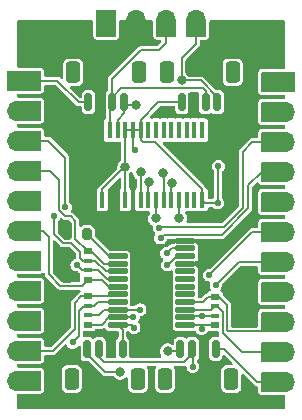
<source format=gbr>
%TF.GenerationSoftware,KiCad,Pcbnew,8.0.2-1*%
%TF.CreationDate,2024-05-29T23:20:37-07:00*%
%TF.ProjectId,mux_driver_v1,6d75785f-6472-4697-9665-725f76312e6b,rev?*%
%TF.SameCoordinates,Original*%
%TF.FileFunction,Copper,L1,Top*%
%TF.FilePolarity,Positive*%
%FSLAX46Y46*%
G04 Gerber Fmt 4.6, Leading zero omitted, Abs format (unit mm)*
G04 Created by KiCad (PCBNEW 8.0.2-1) date 2024-05-29 23:20:37*
%MOMM*%
%LPD*%
G01*
G04 APERTURE LIST*
G04 Aperture macros list*
%AMRoundRect*
0 Rectangle with rounded corners*
0 $1 Rounding radius*
0 $2 $3 $4 $5 $6 $7 $8 $9 X,Y pos of 4 corners*
0 Add a 4 corners polygon primitive as box body*
4,1,4,$2,$3,$4,$5,$6,$7,$8,$9,$2,$3,0*
0 Add four circle primitives for the rounded corners*
1,1,$1+$1,$2,$3*
1,1,$1+$1,$4,$5*
1,1,$1+$1,$6,$7*
1,1,$1+$1,$8,$9*
0 Add four rect primitives between the rounded corners*
20,1,$1+$1,$2,$3,$4,$5,0*
20,1,$1+$1,$4,$5,$6,$7,0*
20,1,$1+$1,$6,$7,$8,$9,0*
20,1,$1+$1,$8,$9,$2,$3,0*%
G04 Aperture macros list end*
%TA.AperFunction,ComponentPad*%
%ADD10R,1.700000X1.700000*%
%TD*%
%TA.AperFunction,ComponentPad*%
%ADD11O,1.700000X1.700000*%
%TD*%
%TA.AperFunction,SMDPad,CuDef*%
%ADD12RoundRect,0.150000X0.150000X0.625000X-0.150000X0.625000X-0.150000X-0.625000X0.150000X-0.625000X0*%
%TD*%
%TA.AperFunction,SMDPad,CuDef*%
%ADD13RoundRect,0.250000X0.350000X0.650000X-0.350000X0.650000X-0.350000X-0.650000X0.350000X-0.650000X0*%
%TD*%
%TA.AperFunction,SMDPad,CuDef*%
%ADD14R,0.450000X1.475000*%
%TD*%
%TA.AperFunction,SMDPad,CuDef*%
%ADD15RoundRect,0.200000X-0.200000X-0.275000X0.200000X-0.275000X0.200000X0.275000X-0.200000X0.275000X0*%
%TD*%
%TA.AperFunction,SMDPad,CuDef*%
%ADD16R,0.800000X0.500000*%
%TD*%
%TA.AperFunction,SMDPad,CuDef*%
%ADD17R,0.800000X0.400000*%
%TD*%
%TA.AperFunction,SMDPad,CuDef*%
%ADD18RoundRect,0.020500X-0.764500X-0.184500X0.764500X-0.184500X0.764500X0.184500X-0.764500X0.184500X0*%
%TD*%
%TA.AperFunction,SMDPad,CuDef*%
%ADD19RoundRect,0.150000X-0.150000X-0.625000X0.150000X-0.625000X0.150000X0.625000X-0.150000X0.625000X0*%
%TD*%
%TA.AperFunction,SMDPad,CuDef*%
%ADD20RoundRect,0.250000X-0.350000X-0.650000X0.350000X-0.650000X0.350000X0.650000X-0.350000X0.650000X0*%
%TD*%
%TA.AperFunction,ViaPad*%
%ADD21C,0.800000*%
%TD*%
%TA.AperFunction,ViaPad*%
%ADD22C,0.560000*%
%TD*%
%TA.AperFunction,Conductor*%
%ADD23C,0.152400*%
%TD*%
G04 APERTURE END LIST*
D10*
%TO.P,J6,1,Pin_1*%
%TO.N,GND*%
X166360000Y-75110000D03*
D11*
%TO.P,J6,2,Pin_2*%
%TO.N,F3_ENB*%
X166360000Y-77650000D03*
%TO.P,J6,3,Pin_3*%
%TO.N,F3_SCL*%
X166360000Y-80190000D03*
%TO.P,J6,4,Pin_4*%
%TO.N,F3_SDA*%
X166360000Y-82730000D03*
%TO.P,J6,5,Pin_5*%
%TO.N,F4_ENB*%
X166360000Y-85270000D03*
%TO.P,J6,6,Pin_6*%
%TO.N,F4_SCL*%
X166360000Y-87810000D03*
%TO.P,J6,7,Pin_7*%
%TO.N,F4_SDA*%
X166360000Y-90350000D03*
%TO.P,J6,8,Pin_8*%
%TO.N,Camera*%
X166360000Y-92890000D03*
%TO.P,J6,9,Pin_9*%
%TO.N,Break_SCL*%
X166360000Y-95430000D03*
%TO.P,J6,10,Pin_10*%
%TO.N,Break_SDA*%
X166360000Y-97970000D03*
%TO.P,J6,11,Pin_11*%
%TO.N,GND*%
X166360000Y-100510000D03*
%TD*%
D10*
%TO.P,J4,1,Pin_1*%
%TO.N,GND*%
X143710000Y-74990000D03*
D11*
%TO.P,J4,2,Pin_2*%
%TO.N,F0_ENB*%
X143710000Y-77530000D03*
%TO.P,J4,3,Pin_3*%
%TO.N,F0_SCL*%
X143710000Y-80070000D03*
%TO.P,J4,4,Pin_4*%
%TO.N,F0_SDA*%
X143710000Y-82610000D03*
%TO.P,J4,5,Pin_5*%
%TO.N,F1_ENB*%
X143710000Y-85150000D03*
%TO.P,J4,6,Pin_6*%
%TO.N,F1_SCL*%
X143710000Y-87690000D03*
%TO.P,J4,7,Pin_7*%
%TO.N,F1_SDA*%
X143710000Y-90230000D03*
%TO.P,J4,8,Pin_8*%
%TO.N,F2_ENB*%
X143710000Y-92770000D03*
%TO.P,J4,9,Pin_9*%
%TO.N,F2_SCL*%
X143710000Y-95310000D03*
%TO.P,J4,10,Pin_10*%
%TO.N,F2_SDA*%
X143710000Y-97850000D03*
%TO.P,J4,11,Pin_11*%
%TO.N,GND*%
X143710000Y-100390000D03*
%TD*%
D12*
%TO.P,J1,1,Pin_1*%
%TO.N,GND*%
X160520000Y-97725000D03*
%TO.P,J1,2,Pin_2*%
%TO.N,+3V3*%
X159520000Y-97725000D03*
%TO.P,J1,3,Pin_3*%
%TO.N,SDA0*%
X158520000Y-97725000D03*
%TO.P,J1,4,Pin_4*%
%TO.N,SCL0*%
X157520000Y-97725000D03*
D13*
%TO.P,J1,MP*%
%TO.N,N/C*%
X161820000Y-100250000D03*
X156220000Y-100250000D03*
%TD*%
D14*
%TO.P,IC1,1,A0*%
%TO.N,GND*%
X150905000Y-85058000D03*
%TO.P,IC1,2,A1*%
%TO.N,+3V3*%
X151555000Y-85058000D03*
%TO.P,IC1,3,A2*%
X152205000Y-85058000D03*
%TO.P,IC1,4,A3*%
%TO.N,GND*%
X152855000Y-85058000D03*
%TO.P,IC1,5,A4*%
%TO.N,+3V3*%
X153505000Y-85058000D03*
%TO.P,IC1,6,LED0*%
%TO.N,F0_ENB*%
X154155000Y-85058000D03*
%TO.P,IC1,7,LED1*%
%TO.N,F1_ENB*%
X154805000Y-85058000D03*
%TO.P,IC1,8,LED2*%
%TO.N,F2_ENB*%
X155455000Y-85058000D03*
%TO.P,IC1,9,LED3*%
%TO.N,F3_ENB*%
X156105000Y-85058000D03*
%TO.P,IC1,10,LED4*%
%TO.N,F4_ENB*%
X156755000Y-85058000D03*
%TO.P,IC1,11,LED5*%
%TO.N,Camera*%
X157405000Y-85058000D03*
%TO.P,IC1,12,LED6*%
%TO.N,unconnected-(IC1-LED6-Pad12)*%
X158055000Y-85058000D03*
%TO.P,IC1,13,LED7*%
%TO.N,unconnected-(IC1-LED7-Pad13)*%
X158705000Y-85058000D03*
%TO.P,IC1,14,VSS*%
%TO.N,GND*%
X159355000Y-85058000D03*
%TO.P,IC1,15,LED8*%
%TO.N,unconnected-(IC1-LED8-Pad15)*%
X159355000Y-79182000D03*
%TO.P,IC1,16,LED9*%
%TO.N,unconnected-(IC1-LED9-Pad16)*%
X158705000Y-79182000D03*
%TO.P,IC1,17,LED10*%
%TO.N,unconnected-(IC1-LED10-Pad17)*%
X158055000Y-79182000D03*
%TO.P,IC1,18,LED11*%
%TO.N,unconnected-(IC1-LED11-Pad18)*%
X157405000Y-79182000D03*
%TO.P,IC1,19,LED12*%
%TO.N,unconnected-(IC1-LED12-Pad19)*%
X156755000Y-79182000D03*
%TO.P,IC1,20,LED13*%
%TO.N,unconnected-(IC1-LED13-Pad20)*%
X156105000Y-79182000D03*
%TO.P,IC1,21,LED14*%
%TO.N,unconnected-(IC1-LED14-Pad21)*%
X155455000Y-79182000D03*
%TO.P,IC1,22,LED15*%
%TO.N,unconnected-(IC1-LED15-Pad22)*%
X154805000Y-79182000D03*
%TO.P,IC1,23,~{OE}*%
%TO.N,GND*%
X154155000Y-79182000D03*
%TO.P,IC1,24,A5*%
X153505000Y-79182000D03*
%TO.P,IC1,25,EXTCLK*%
X152855000Y-79182000D03*
%TO.P,IC1,26,SCL*%
%TO.N,SCL1*%
X152205000Y-79182000D03*
%TO.P,IC1,27,SDA*%
%TO.N,SDA1*%
X151555000Y-79182000D03*
%TO.P,IC1,28,VDD*%
%TO.N,+3V3*%
X150905000Y-79182000D03*
%TD*%
D15*
%TO.P,R3,1*%
%TO.N,+3V3*%
X147965000Y-87980000D03*
%TO.P,R3,2*%
%TO.N,I2C_RESET*%
X149615000Y-87980000D03*
%TD*%
D16*
%TO.P,R1,1,R1.1*%
%TO.N,F1_SCL*%
X149700000Y-91840000D03*
D17*
%TO.P,R1,2,R2.1*%
%TO.N,F1_SDA*%
X149700000Y-91040000D03*
%TO.P,R1,3,R3.1*%
%TO.N,F0_SCL*%
X149700000Y-90240000D03*
D16*
%TO.P,R1,4,R4.1*%
%TO.N,F0_SDA*%
X149700000Y-89440000D03*
%TO.P,R1,5,R4.2*%
%TO.N,+3V3*%
X147900000Y-89440000D03*
D17*
%TO.P,R1,6,R3.2*%
X147900000Y-90240000D03*
%TO.P,R1,7,R2.2*%
X147900000Y-91040000D03*
D16*
%TO.P,R1,8,R1.2*%
X147900000Y-91840000D03*
%TD*%
D18*
%TO.P,U1,1,A0*%
%TO.N,+3V3*%
X152215000Y-88545000D03*
%TO.P,U1,2,A1*%
X152215000Y-89195000D03*
%TO.P,U1,3,~{RESET}*%
%TO.N,I2C_RESET*%
X152215000Y-89845000D03*
%TO.P,U1,4,SD0*%
%TO.N,F0_SDA*%
X152215000Y-90495000D03*
%TO.P,U1,5,SC0*%
%TO.N,F0_SCL*%
X152215000Y-91145000D03*
%TO.P,U1,6,SD1*%
%TO.N,F1_SDA*%
X152215000Y-91795000D03*
%TO.P,U1,7,SC1*%
%TO.N,F1_SCL*%
X152215000Y-92445000D03*
%TO.P,U1,8,SD2*%
%TO.N,F2_SDA*%
X152215000Y-93095000D03*
%TO.P,U1,9,SC2*%
%TO.N,F2_SCL*%
X152215000Y-93745000D03*
%TO.P,U1,10,SD3*%
%TO.N,F3_SDA*%
X152215000Y-94395000D03*
%TO.P,U1,11,SC3*%
%TO.N,F3_SCL*%
X152215000Y-95045000D03*
%TO.P,U1,12,GND*%
%TO.N,GND*%
X152215000Y-95695000D03*
%TO.P,U1,13,SD4*%
%TO.N,F4_SDA*%
X157955000Y-95695000D03*
%TO.P,U1,14,SC4*%
%TO.N,F4_SCL*%
X157955000Y-95045000D03*
%TO.P,U1,15,SD5*%
%TO.N,Break_SDA*%
X157955000Y-94395000D03*
%TO.P,U1,16,SC5*%
%TO.N,Break_SCL*%
X157955000Y-93745000D03*
%TO.P,U1,17,SD6*%
%TO.N,unconnected-(U1-SD6-Pad17)*%
X157955000Y-93095000D03*
%TO.P,U1,18,SC6*%
%TO.N,unconnected-(U1-SC6-Pad18)*%
X157955000Y-92445000D03*
%TO.P,U1,19,SD7*%
%TO.N,unconnected-(U1-SD7-Pad19)*%
X157955000Y-91795000D03*
%TO.P,U1,20,SC7*%
%TO.N,unconnected-(U1-SC7-Pad20)*%
X157955000Y-91145000D03*
%TO.P,U1,21,A2*%
%TO.N,+3V3*%
X157955000Y-90495000D03*
%TO.P,U1,22,SCL*%
%TO.N,SCL0*%
X157955000Y-89845000D03*
%TO.P,U1,23,SDA*%
%TO.N,SDA0*%
X157955000Y-89195000D03*
%TO.P,U1,24,VCC*%
%TO.N,+3V3*%
X157955000Y-88545000D03*
%TD*%
D19*
%TO.P,J5,1,Pin_1*%
%TO.N,GND*%
X157650000Y-76820000D03*
%TO.P,J5,2,Pin_2*%
%TO.N,+3V3*%
X158650000Y-76820000D03*
%TO.P,J5,3,Pin_3*%
%TO.N,SDA1*%
X159650000Y-76820000D03*
%TO.P,J5,4,Pin_4*%
%TO.N,SCL1*%
X160650000Y-76820000D03*
D20*
%TO.P,J5,MP*%
%TO.N,N/C*%
X156350000Y-74295000D03*
X161950000Y-74295000D03*
%TD*%
D16*
%TO.P,R4,1,R1.1*%
%TO.N,Break_SCL*%
X160450000Y-93300000D03*
D17*
%TO.P,R4,2,R2.1*%
%TO.N,Break_SDA*%
X160450000Y-94100000D03*
%TO.P,R4,3,R3.1*%
%TO.N,F4_SCL*%
X160450000Y-94900000D03*
D16*
%TO.P,R4,4,R4.1*%
%TO.N,F4_SDA*%
X160450000Y-95700000D03*
%TO.P,R4,5,R4.2*%
%TO.N,+3V3*%
X162250000Y-95700000D03*
D17*
%TO.P,R4,6,R3.2*%
X162250000Y-94900000D03*
%TO.P,R4,7,R2.2*%
X162250000Y-94100000D03*
D16*
%TO.P,R4,8,R1.2*%
X162250000Y-93300000D03*
%TD*%
D19*
%TO.P,J2,1,Pin_1*%
%TO.N,GND*%
X149740000Y-76810000D03*
%TO.P,J2,2,Pin_2*%
%TO.N,+3V3*%
X150740000Y-76810000D03*
%TO.P,J2,3,Pin_3*%
%TO.N,SDA1*%
X151740000Y-76810000D03*
%TO.P,J2,4,Pin_4*%
%TO.N,SCL1*%
X152740000Y-76810000D03*
D20*
%TO.P,J2,MP*%
%TO.N,N/C*%
X148440000Y-74285000D03*
X154040000Y-74285000D03*
%TD*%
D12*
%TO.P,J3,1,Pin_1*%
%TO.N,GND*%
X152630000Y-97730000D03*
%TO.P,J3,2,Pin_2*%
%TO.N,+3V3*%
X151630000Y-97730000D03*
%TO.P,J3,3,Pin_3*%
%TO.N,SDA0*%
X150630000Y-97730000D03*
%TO.P,J3,4,Pin_4*%
%TO.N,SCL0*%
X149630000Y-97730000D03*
D13*
%TO.P,J3,MP*%
%TO.N,N/C*%
X153930000Y-100255000D03*
X148330000Y-100255000D03*
%TD*%
D16*
%TO.P,R2,1,R1.1*%
%TO.N,F3_SCL*%
X149690000Y-95660000D03*
D17*
%TO.P,R2,2,R2.1*%
%TO.N,F3_SDA*%
X149690000Y-94860000D03*
%TO.P,R2,3,R3.1*%
%TO.N,F2_SCL*%
X149690000Y-94060000D03*
D16*
%TO.P,R2,4,R4.1*%
%TO.N,F2_SDA*%
X149690000Y-93260000D03*
%TO.P,R2,5,R4.2*%
%TO.N,+3V3*%
X147890000Y-93260000D03*
D17*
%TO.P,R2,6,R3.2*%
X147890000Y-94060000D03*
%TO.P,R2,7,R2.2*%
X147890000Y-94860000D03*
D16*
%TO.P,R2,8,R1.2*%
X147890000Y-95660000D03*
%TD*%
D10*
%TO.P,J7,1,Pin_1*%
%TO.N,GND*%
X151245000Y-69850000D03*
D11*
%TO.P,J7,2,Pin_2*%
%TO.N,+3V3*%
X153785000Y-69850000D03*
%TO.P,J7,3,Pin_3*%
%TO.N,SDA1*%
X156325000Y-69850000D03*
%TO.P,J7,4,Pin_4*%
%TO.N,SCL1*%
X158865000Y-69850000D03*
%TD*%
D21*
%TO.N,Camera*%
X157425000Y-86625000D03*
D22*
%TO.N,+3V3*%
X149825000Y-86675000D03*
X147000000Y-91225000D03*
X163175000Y-91075000D03*
X147575000Y-87050000D03*
X163175000Y-91075000D03*
X147000000Y-89125000D03*
X146275000Y-92275000D03*
X158850000Y-73675000D03*
X161775000Y-88575000D03*
X146775000Y-94525000D03*
X150725000Y-96325000D03*
%TO.N,GND*%
X160700000Y-85350000D03*
X153700000Y-80825000D03*
X153600000Y-95900000D03*
X160750000Y-82250000D03*
D21*
X152850000Y-82275000D03*
%TO.N,F0_ENB*%
X154150000Y-82750000D03*
%TO.N,F1_ENB*%
X154850000Y-83575000D03*
%TO.N,F2_ENB*%
X155425000Y-86650000D03*
%TO.N,F3_ENB*%
X156050000Y-82775000D03*
%TO.N,F4_ENB*%
X156800000Y-83650000D03*
%TO.N,SCL0*%
X156450000Y-97900000D03*
D22*
X156425000Y-90600000D03*
D21*
X152425000Y-99650000D03*
D22*
%TO.N,SDA0*%
X158575000Y-99200000D03*
X156350000Y-89625000D03*
D21*
%TO.N,SCL1*%
X157625000Y-74974300D03*
X153750000Y-77025000D03*
D22*
%TO.N,F3_SDA*%
X155850000Y-88325000D03*
X154105700Y-94389452D03*
%TO.N,F1_SDA*%
X148751793Y-90600638D03*
%TO.N,F3_SCL*%
X155719114Y-87478867D03*
X153550000Y-94975000D03*
%TO.N,F2_SCL*%
X148400000Y-97150000D03*
%TO.N,F0_SCL*%
X146825000Y-86425000D03*
X147784779Y-85705700D03*
%TO.N,F4_SCL*%
X159975000Y-91450000D03*
X159325000Y-94950700D03*
%TO.N,F4_SDA*%
X159325000Y-96000000D03*
X160530700Y-92275000D03*
%TD*%
D23*
%TO.N,Camera*%
X157405000Y-85058000D02*
X157405000Y-86605000D01*
X157405000Y-86605000D02*
X157425000Y-86625000D01*
%TO.N,GND*%
X152630000Y-96110000D02*
X152215000Y-95695000D01*
X152855000Y-85058000D02*
X152855000Y-82280000D01*
X153505000Y-79182000D02*
X153505000Y-80630000D01*
X159355000Y-84168100D02*
X155382600Y-80195700D01*
X153505000Y-80630000D02*
X153700000Y-80825000D01*
X152630000Y-97730000D02*
X152630000Y-96110000D01*
X159355000Y-85058000D02*
X159355000Y-84168100D01*
X148910000Y-76810000D02*
X147090000Y-74990000D01*
X160520000Y-97725000D02*
X161225000Y-97725000D01*
X154155000Y-80030000D02*
X154155000Y-79182000D01*
X161225000Y-97725000D02*
X164010000Y-100510000D01*
X160700000Y-82300000D02*
X160750000Y-82250000D01*
X157650000Y-76820000D02*
X155652100Y-76820000D01*
X155652100Y-76820000D02*
X154155000Y-78317100D01*
X149740000Y-76810000D02*
X148910000Y-76810000D01*
X152855000Y-82218100D02*
X152855000Y-82125000D01*
X152855000Y-82125000D02*
X152855000Y-79182000D01*
X152850000Y-82275000D02*
X152855000Y-82270000D01*
X150905000Y-84168100D02*
X152855000Y-82218100D01*
X164010000Y-100510000D02*
X166196800Y-100510000D01*
X154155000Y-79182000D02*
X152855000Y-79182000D01*
X160700000Y-85350000D02*
X159647000Y-85350000D01*
X154155000Y-78317100D02*
X154155000Y-79182000D01*
X152855000Y-82280000D02*
X152850000Y-82275000D01*
X159647000Y-85350000D02*
X159355000Y-85058000D01*
X147090000Y-74990000D02*
X143903200Y-74990000D01*
X150905000Y-85058000D02*
X150905000Y-84168100D01*
X160700000Y-85350000D02*
X160700000Y-82300000D01*
X154320700Y-80195700D02*
X154155000Y-80030000D01*
X153395000Y-95695000D02*
X152215000Y-95695000D01*
X152855000Y-82270000D02*
X152855000Y-82125000D01*
X153600000Y-95900000D02*
X153395000Y-95695000D01*
X155382600Y-80195700D02*
X154320700Y-80195700D01*
%TO.N,F0_ENB*%
X154150000Y-84188100D02*
X154150000Y-82750000D01*
X154155000Y-85058000D02*
X154155000Y-84193100D01*
X154155000Y-84193100D02*
X154150000Y-84188100D01*
%TO.N,F1_ENB*%
X154805000Y-83620000D02*
X154850000Y-83575000D01*
X154805000Y-85058000D02*
X154805000Y-83620000D01*
%TO.N,F2_ENB*%
X155455000Y-85058000D02*
X155455000Y-86620000D01*
X155455000Y-86620000D02*
X155425000Y-86650000D01*
%TO.N,F3_ENB*%
X156105000Y-82830000D02*
X156050000Y-82775000D01*
X156105000Y-85058000D02*
X156105000Y-82830000D01*
%TO.N,F4_ENB*%
X156755000Y-83695000D02*
X156800000Y-83650000D01*
X156755000Y-85058000D02*
X156755000Y-83695000D01*
%TO.N,SCL0*%
X156481403Y-90600000D02*
X156425000Y-90600000D01*
X149630000Y-98107738D02*
X151172262Y-99650000D01*
X157345000Y-97900000D02*
X157520000Y-97725000D01*
X157236403Y-89845000D02*
X156481403Y-90600000D01*
X151172262Y-99650000D02*
X152425000Y-99650000D01*
X149630000Y-97730000D02*
X149630000Y-98107738D01*
X157955000Y-89845000D02*
X157236403Y-89845000D01*
X156450000Y-97900000D02*
X157345000Y-97900000D01*
%TO.N,SDA0*%
X157955000Y-89195000D02*
X156780000Y-89195000D01*
X150630000Y-98355000D02*
X150630000Y-97730000D01*
X158575000Y-99200000D02*
X158575000Y-97780000D01*
X156780000Y-89195000D02*
X156350000Y-89625000D01*
X151056200Y-98781200D02*
X150630000Y-98355000D01*
X157841538Y-98781200D02*
X151056200Y-98781200D01*
X158520000Y-98102738D02*
X157841538Y-98781200D01*
X158575000Y-97780000D02*
X158520000Y-97725000D01*
X158520000Y-97725000D02*
X158520000Y-98102738D01*
%TO.N,SDA1*%
X151555000Y-76995000D02*
X151555000Y-79182000D01*
X151740000Y-76810000D02*
X151740000Y-76432262D01*
X151740000Y-76810000D02*
X151555000Y-76995000D01*
X159650000Y-75850000D02*
X159650000Y-76820000D01*
X155725000Y-72375000D02*
X156325000Y-71775000D01*
X151740000Y-76432262D02*
X152522262Y-75650000D01*
X151740000Y-74840841D02*
X154205841Y-72375000D01*
X154205841Y-72375000D02*
X155725000Y-72375000D01*
X152522262Y-75650000D02*
X159450000Y-75650000D01*
X156325000Y-71775000D02*
X156325000Y-70053200D01*
X151740000Y-76810000D02*
X151740000Y-74840841D01*
X159450000Y-75650000D02*
X159650000Y-75850000D01*
%TO.N,SCL1*%
X160650000Y-76351632D02*
X159272668Y-74974300D01*
X159272668Y-74974300D02*
X157625000Y-74974300D01*
X153750000Y-77025000D02*
X152955000Y-77025000D01*
X157625000Y-74974300D02*
X157625000Y-73100000D01*
X160650000Y-76820000D02*
X160650000Y-76351632D01*
X152740000Y-76810000D02*
X152740000Y-77757100D01*
X157625000Y-73100000D02*
X158865000Y-71860000D01*
X152205000Y-78292100D02*
X152205000Y-79182000D01*
X152740000Y-77757100D02*
X152205000Y-78292100D01*
X158865000Y-71860000D02*
X158865000Y-70053200D01*
X152955000Y-77025000D02*
X152740000Y-76810000D01*
%TO.N,F3_SDA*%
X152215000Y-94395000D02*
X154100152Y-94395000D01*
X149690000Y-94860000D02*
X150615000Y-94860000D01*
X150615000Y-94860000D02*
X151080000Y-94395000D01*
X156111200Y-88063800D02*
X161009568Y-88063800D01*
X154100152Y-94395000D02*
X154105700Y-94389452D01*
X155850000Y-88325000D02*
X156111200Y-88063800D01*
X164395000Y-82730000D02*
X166196800Y-82730000D01*
X163275000Y-85798368D02*
X163275000Y-83850000D01*
X161009568Y-88063800D02*
X163275000Y-85798368D01*
X163275000Y-83850000D02*
X164395000Y-82730000D01*
X151080000Y-94395000D02*
X152215000Y-94395000D01*
%TO.N,F2_SDA*%
X148566200Y-93831400D02*
X148566200Y-96033800D01*
X152050000Y-93260000D02*
X152215000Y-93095000D01*
X149137600Y-93260000D02*
X148566200Y-93831400D01*
X148566200Y-96033800D02*
X146750000Y-97850000D01*
X146750000Y-97850000D02*
X143903200Y-97850000D01*
X149690000Y-93260000D02*
X152050000Y-93260000D01*
X149690000Y-93260000D02*
X149137600Y-93260000D01*
%TO.N,F1_SDA*%
X149700000Y-91040000D02*
X149191155Y-91040000D01*
X150589771Y-91040000D02*
X149700000Y-91040000D01*
X152215000Y-91795000D02*
X151344771Y-91795000D01*
X149191155Y-91040000D02*
X148751793Y-90600638D01*
X151344771Y-91795000D02*
X150589771Y-91040000D01*
%TO.N,F0_SDA*%
X148641200Y-86887935D02*
X148228265Y-86475000D01*
X148641200Y-88381200D02*
X148641200Y-86887935D01*
X147228579Y-83378579D02*
X146460000Y-82610000D01*
X146460000Y-82610000D02*
X143903200Y-82610000D01*
X147767493Y-86475000D02*
X147228579Y-85936086D01*
X151041507Y-90495000D02*
X149986507Y-89440000D01*
X149986507Y-89440000D02*
X149700000Y-89440000D01*
X149700000Y-89440000D02*
X148641200Y-88381200D01*
X147228579Y-85936086D02*
X147228579Y-83378579D01*
X152215000Y-90495000D02*
X151041507Y-90495000D01*
X148228265Y-86475000D02*
X147767493Y-86475000D01*
%TO.N,F3_SCL*%
X162800000Y-85775000D02*
X162800000Y-81000000D01*
X161225000Y-87350000D02*
X162800000Y-85775000D01*
X163610000Y-80190000D02*
X166196800Y-80190000D01*
X162800000Y-81000000D02*
X163610000Y-80190000D01*
X155719114Y-87478867D02*
X155847981Y-87350000D01*
X150881403Y-95660000D02*
X151496403Y-95045000D01*
X153480000Y-95045000D02*
X153550000Y-94975000D01*
X151496403Y-95045000D02*
X152215000Y-95045000D01*
X152215000Y-95045000D02*
X153480000Y-95045000D01*
X149690000Y-95660000D02*
X150881403Y-95660000D01*
X155847981Y-87350000D02*
X161225000Y-87350000D01*
%TO.N,F2_SCL*%
X149690000Y-94060000D02*
X149358600Y-94060000D01*
X150557400Y-93745000D02*
X152215000Y-93745000D01*
X149358600Y-94060000D02*
X148918600Y-94500000D01*
X148918600Y-94500000D02*
X148918600Y-96631400D01*
X149690000Y-94060000D02*
X150242400Y-94060000D01*
X148918600Y-96631400D02*
X148400000Y-97150000D01*
X150242400Y-94060000D02*
X150557400Y-93745000D01*
%TO.N,F0_SCL*%
X150288139Y-90240000D02*
X149700000Y-90240000D01*
X146825000Y-87988448D02*
X146825000Y-86425000D01*
X149700000Y-90240000D02*
X149297600Y-90240000D01*
X151193139Y-91145000D02*
X150288139Y-90240000D01*
X152215000Y-91145000D02*
X151193139Y-91145000D01*
X148250000Y-88731200D02*
X147567752Y-88731200D01*
X146345000Y-80070000D02*
X143903200Y-80070000D01*
X149297600Y-90240000D02*
X149023800Y-89966200D01*
X147784779Y-85705700D02*
X147784779Y-81509779D01*
X149023800Y-89966200D02*
X149023800Y-89505000D01*
X147567752Y-88731200D02*
X146825000Y-87988448D01*
X149023800Y-89505000D02*
X148250000Y-88731200D01*
X147784779Y-81509779D02*
X146345000Y-80070000D01*
%TO.N,F4_SCL*%
X159325000Y-94900000D02*
X160450000Y-94900000D01*
X159975000Y-91450000D02*
X163615000Y-87810000D01*
X157955000Y-95045000D02*
X158100000Y-94900000D01*
X158100000Y-94900000D02*
X159325000Y-94900000D01*
X163615000Y-87810000D02*
X166196800Y-87810000D01*
X159325000Y-94900000D02*
X159325000Y-94950700D01*
%TO.N,F4_SDA*%
X159325000Y-96000000D02*
X159325000Y-95775000D01*
X159275000Y-95700000D02*
X159400000Y-95700000D01*
X159325000Y-96000000D02*
X159325000Y-95750000D01*
X159325000Y-95750000D02*
X159275000Y-95700000D01*
X159325000Y-95775000D02*
X159400000Y-95700000D01*
X159400000Y-95700000D02*
X160450000Y-95700000D01*
X162455700Y-90350000D02*
X166196800Y-90350000D01*
X160530700Y-92275000D02*
X162455700Y-90350000D01*
X157955000Y-95695000D02*
X157960000Y-95700000D01*
X157960000Y-95700000D02*
X159275000Y-95700000D01*
%TO.N,I2C_RESET*%
X149631403Y-87980000D02*
X149615000Y-87980000D01*
X151496403Y-89845000D02*
X149631403Y-87980000D01*
X152215000Y-89845000D02*
X151496403Y-89845000D01*
%TO.N,F1_SCL*%
X145865000Y-87690000D02*
X143903200Y-87690000D01*
X147354614Y-92366200D02*
X146375000Y-91386586D01*
X146375000Y-91386586D02*
X146375000Y-88200000D01*
X146375000Y-88200000D02*
X145865000Y-87690000D01*
X149173800Y-92366200D02*
X147354614Y-92366200D01*
X149700000Y-91840000D02*
X149173800Y-92366200D01*
X152215000Y-92445000D02*
X151496403Y-92445000D01*
X151496403Y-92445000D02*
X150891403Y-91840000D01*
X150891403Y-91840000D02*
X149700000Y-91840000D01*
%TO.N,Break_SDA*%
X162720000Y-97970000D02*
X166196800Y-97970000D01*
X160450000Y-94100000D02*
X160650000Y-94100000D01*
X160155000Y-94395000D02*
X160450000Y-94100000D01*
X157955000Y-94395000D02*
X160155000Y-94395000D01*
X161126200Y-94576200D02*
X161126200Y-96376200D01*
X161126200Y-96376200D02*
X162720000Y-97970000D01*
X160650000Y-94100000D02*
X161126200Y-94576200D01*
%TO.N,Break_SCL*%
X165400600Y-96226200D02*
X166196800Y-95430000D01*
X161478600Y-96131000D02*
X161573800Y-96226200D01*
X159452600Y-93745000D02*
X159897600Y-93300000D01*
X159897600Y-93300000D02*
X160450000Y-93300000D01*
X160450000Y-93300000D02*
X160802400Y-93300000D01*
X160802400Y-93300000D02*
X161478600Y-93976200D01*
X157955000Y-93745000D02*
X159452600Y-93745000D01*
X161573800Y-96226200D02*
X165400600Y-96226200D01*
X161478600Y-93976200D02*
X161478600Y-96131000D01*
%TD*%
%TA.AperFunction,Conductor*%
%TO.N,+3V3*%
G36*
X150006674Y-69856945D02*
G01*
X150073687Y-69876702D01*
X150119384Y-69929557D01*
X150129363Y-69981623D01*
X150130500Y-69981623D01*
X150130500Y-71150345D01*
X150135471Y-71200883D01*
X150135476Y-71200915D01*
X150144887Y-71248287D01*
X150144887Y-71248289D01*
X150144890Y-71248298D01*
X150159621Y-71296923D01*
X150159626Y-71296935D01*
X150159813Y-71297388D01*
X150159825Y-71297414D01*
X150171767Y-71322409D01*
X150171786Y-71322446D01*
X150184470Y-71345706D01*
X150184471Y-71345707D01*
X150184473Y-71345710D01*
X150249351Y-71423429D01*
X150303728Y-71467301D01*
X150367513Y-71505145D01*
X150367987Y-71505341D01*
X150416447Y-71520033D01*
X150463963Y-71529499D01*
X150463968Y-71529499D01*
X150463971Y-71529500D01*
X150481238Y-71531203D01*
X150514664Y-71534500D01*
X150514673Y-71534500D01*
X151975991Y-71534500D01*
X151976000Y-71534500D01*
X152031163Y-71528569D01*
X152082674Y-71517363D01*
X152109461Y-71510014D01*
X152197448Y-71459911D01*
X152250252Y-71414156D01*
X152282371Y-71380869D01*
X152329303Y-71291151D01*
X152348988Y-71224112D01*
X152359500Y-71151000D01*
X152359500Y-69984663D01*
X152359500Y-69983672D01*
X152379185Y-69916633D01*
X152431989Y-69870878D01*
X152483630Y-69859673D01*
X155086643Y-69862540D01*
X155153654Y-69882296D01*
X155199351Y-69935150D01*
X155210500Y-69986538D01*
X155210500Y-71150345D01*
X155215471Y-71200883D01*
X155215476Y-71200915D01*
X155224887Y-71248287D01*
X155224887Y-71248289D01*
X155224890Y-71248298D01*
X155239621Y-71296923D01*
X155239626Y-71296935D01*
X155239813Y-71297388D01*
X155239825Y-71297414D01*
X155251767Y-71322409D01*
X155251786Y-71322446D01*
X155264470Y-71345706D01*
X155264471Y-71345707D01*
X155264473Y-71345710D01*
X155329351Y-71423429D01*
X155383728Y-71467301D01*
X155447513Y-71505145D01*
X155447987Y-71505341D01*
X155496447Y-71520033D01*
X155543963Y-71529499D01*
X155543968Y-71529499D01*
X155543971Y-71529500D01*
X155561238Y-71531203D01*
X155594664Y-71534500D01*
X155798458Y-71534500D01*
X155865497Y-71554185D01*
X155911252Y-71606989D01*
X155921196Y-71676147D01*
X155892171Y-71739703D01*
X155886139Y-71746181D01*
X155624339Y-72007981D01*
X155563016Y-72041466D01*
X155536658Y-72044300D01*
X154256990Y-72044300D01*
X154256974Y-72044299D01*
X154249378Y-72044299D01*
X154162304Y-72044299D01*
X154162302Y-72044299D01*
X154100733Y-72060795D01*
X154100734Y-72060796D01*
X154078199Y-72066834D01*
X154078195Y-72066836D01*
X154002789Y-72110372D01*
X154002783Y-72110376D01*
X151475376Y-74637783D01*
X151475374Y-74637786D01*
X151431836Y-74713194D01*
X151409300Y-74797301D01*
X151409300Y-75747103D01*
X151389615Y-75814142D01*
X151355227Y-75845262D01*
X151357171Y-75847938D01*
X151349276Y-75853674D01*
X151258678Y-75944271D01*
X151258675Y-75944276D01*
X151258674Y-75944277D01*
X151253579Y-75954277D01*
X151200500Y-76058447D01*
X151185500Y-76153160D01*
X151185500Y-77466839D01*
X151200500Y-77561552D01*
X151200501Y-77561554D01*
X151210784Y-77581734D01*
X151224300Y-77638030D01*
X151224300Y-78142763D01*
X151204615Y-78209802D01*
X151169192Y-78245864D01*
X151146516Y-78261015D01*
X151090265Y-78345199D01*
X151090264Y-78345203D01*
X151075500Y-78419428D01*
X151075500Y-79944563D01*
X151090266Y-80018801D01*
X151146515Y-80102984D01*
X151180234Y-80125514D01*
X151230699Y-80159234D01*
X151230702Y-80159234D01*
X151230703Y-80159235D01*
X151249964Y-80163066D01*
X151304933Y-80174000D01*
X151805066Y-80173999D01*
X151855811Y-80163906D01*
X151904190Y-80163907D01*
X151928426Y-80168727D01*
X151954933Y-80174000D01*
X152400300Y-80173999D01*
X152467339Y-80193683D01*
X152513094Y-80246487D01*
X152524300Y-80297999D01*
X152524300Y-81633616D01*
X152504615Y-81700655D01*
X152479954Y-81726150D01*
X152481085Y-81727427D01*
X152356506Y-81837794D01*
X152356500Y-81837801D01*
X152266214Y-81968602D01*
X152209850Y-82117218D01*
X152190693Y-82274999D01*
X152190693Y-82275002D01*
X152198543Y-82339664D01*
X152187081Y-82408587D01*
X152163128Y-82442289D01*
X150701947Y-83903472D01*
X150640376Y-83965042D01*
X150640374Y-83965045D01*
X150596834Y-84040456D01*
X150594318Y-84046532D01*
X150550476Y-84100936D01*
X150548649Y-84102180D01*
X150496516Y-84137014D01*
X150440266Y-84221199D01*
X150440264Y-84221203D01*
X150425500Y-84295428D01*
X150425500Y-85820563D01*
X150440266Y-85894801D01*
X150496515Y-85978984D01*
X150520979Y-85995330D01*
X150580699Y-86035234D01*
X150580702Y-86035234D01*
X150580703Y-86035235D01*
X150604187Y-86039906D01*
X150654933Y-86050000D01*
X151155066Y-86049999D01*
X151229301Y-86035234D01*
X151313484Y-85978984D01*
X151369734Y-85894801D01*
X151384500Y-85820567D01*
X151384499Y-84295434D01*
X151374342Y-84244367D01*
X151380571Y-84174778D01*
X151408277Y-84132502D01*
X152312620Y-83228159D01*
X152373942Y-83194675D01*
X152443634Y-83199659D01*
X152499567Y-83241531D01*
X152523984Y-83306995D01*
X152524300Y-83315841D01*
X152524300Y-84018763D01*
X152504615Y-84085802D01*
X152469192Y-84121864D01*
X152446516Y-84137015D01*
X152390265Y-84221199D01*
X152390264Y-84221203D01*
X152375500Y-84295428D01*
X152375500Y-85820563D01*
X152390266Y-85894801D01*
X152446515Y-85978984D01*
X152470979Y-85995330D01*
X152530699Y-86035234D01*
X152530702Y-86035234D01*
X152530703Y-86035235D01*
X152554187Y-86039906D01*
X152604933Y-86050000D01*
X153105066Y-86049999D01*
X153179301Y-86035234D01*
X153263484Y-85978984D01*
X153319734Y-85894801D01*
X153334500Y-85820567D01*
X153334499Y-84295434D01*
X153319734Y-84221199D01*
X153263484Y-84137016D01*
X153263481Y-84137014D01*
X153240808Y-84121864D01*
X153196003Y-84068251D01*
X153185700Y-84018763D01*
X153185700Y-82907806D01*
X153205385Y-82840767D01*
X153227469Y-82814993D01*
X153295409Y-82754803D01*
X153358640Y-82725084D01*
X153427904Y-82734266D01*
X153481207Y-82779438D01*
X153500731Y-82832673D01*
X153509850Y-82907781D01*
X153566214Y-83056397D01*
X153583469Y-83081395D01*
X153656502Y-83187201D01*
X153656504Y-83187203D01*
X153656506Y-83187205D01*
X153664103Y-83193935D01*
X153775471Y-83292599D01*
X153775472Y-83292599D01*
X153777527Y-83294420D01*
X153814654Y-83353609D01*
X153819300Y-83387235D01*
X153819300Y-84022104D01*
X153799615Y-84089143D01*
X153764192Y-84125205D01*
X153746516Y-84137015D01*
X153690265Y-84221199D01*
X153690264Y-84221203D01*
X153675500Y-84295428D01*
X153675500Y-85820563D01*
X153690266Y-85894801D01*
X153746515Y-85978984D01*
X153770979Y-85995330D01*
X153830699Y-86035234D01*
X153830702Y-86035234D01*
X153830703Y-86035235D01*
X153854187Y-86039906D01*
X153904933Y-86050000D01*
X154405066Y-86049999D01*
X154455811Y-86039906D01*
X154504190Y-86039907D01*
X154523713Y-86043790D01*
X154554933Y-86050000D01*
X154807613Y-86049999D01*
X154874651Y-86069683D01*
X154920406Y-86122487D01*
X154930350Y-86191646D01*
X154909662Y-86244439D01*
X154841214Y-86343602D01*
X154784850Y-86492218D01*
X154765693Y-86649999D01*
X154784850Y-86807781D01*
X154801366Y-86851329D01*
X154834097Y-86937633D01*
X154841214Y-86956397D01*
X154917343Y-87066689D01*
X154931502Y-87087201D01*
X154931504Y-87087203D01*
X154931506Y-87087205D01*
X155050470Y-87192598D01*
X155050471Y-87192599D01*
X155130277Y-87234485D01*
X155180489Y-87283069D01*
X155196464Y-87351088D01*
X155195590Y-87360467D01*
X155180002Y-87478866D01*
X155180002Y-87478867D01*
X155198372Y-87618398D01*
X155198373Y-87618402D01*
X155252227Y-87748420D01*
X155252228Y-87748422D01*
X155252229Y-87748423D01*
X155337904Y-87860077D01*
X155362340Y-87878827D01*
X155403542Y-87935253D01*
X155407697Y-88004999D01*
X155385231Y-88052685D01*
X155383116Y-88055441D01*
X155383114Y-88055443D01*
X155329259Y-88185464D01*
X155329258Y-88185468D01*
X155310888Y-88324999D01*
X155310888Y-88325000D01*
X155329258Y-88464531D01*
X155329259Y-88464535D01*
X155383113Y-88594553D01*
X155383114Y-88594555D01*
X155383115Y-88594556D01*
X155468790Y-88706210D01*
X155580444Y-88791885D01*
X155710468Y-88845742D01*
X155833766Y-88861974D01*
X155849999Y-88864112D01*
X155850000Y-88864112D01*
X155850001Y-88864112D01*
X155864541Y-88862197D01*
X155989532Y-88845742D01*
X156119556Y-88791885D01*
X156231210Y-88706210D01*
X156316885Y-88594556D01*
X156368043Y-88471047D01*
X156411883Y-88416644D01*
X156478177Y-88394579D01*
X156482604Y-88394500D01*
X161053103Y-88394500D01*
X161053105Y-88394500D01*
X161053106Y-88394500D01*
X161137214Y-88371964D01*
X161212623Y-88328426D01*
X161274194Y-88266855D01*
X161274194Y-88266853D01*
X161284398Y-88256650D01*
X161284402Y-88256645D01*
X163467845Y-86073202D01*
X163467850Y-86073198D01*
X163478053Y-86062994D01*
X163478055Y-86062994D01*
X163539626Y-86001423D01*
X163583164Y-85926014D01*
X163584048Y-85922713D01*
X163593053Y-85889111D01*
X163599376Y-85865508D01*
X163605701Y-85841905D01*
X163605701Y-85754830D01*
X163605701Y-85747235D01*
X163605700Y-85747217D01*
X163605700Y-84038341D01*
X163625385Y-83971302D01*
X163642015Y-83950664D01*
X163956549Y-83636129D01*
X164017872Y-83602645D01*
X164087564Y-83607629D01*
X164139764Y-83646706D01*
X164140570Y-83646034D01*
X164143409Y-83649435D01*
X164143497Y-83649501D01*
X164143691Y-83649772D01*
X164144471Y-83650706D01*
X164144473Y-83650710D01*
X164209351Y-83728429D01*
X164263728Y-83772301D01*
X164327513Y-83810145D01*
X164327987Y-83810341D01*
X164376447Y-83825033D01*
X164423963Y-83834499D01*
X164423968Y-83834499D01*
X164423971Y-83834500D01*
X164441238Y-83836203D01*
X164474664Y-83839500D01*
X164474673Y-83839500D01*
X166276000Y-83839500D01*
X166343039Y-83859185D01*
X166388794Y-83911989D01*
X166400000Y-83963500D01*
X166400000Y-84036500D01*
X166380315Y-84103539D01*
X166327511Y-84149294D01*
X166276000Y-84160500D01*
X166275336Y-84160500D01*
X164474664Y-84160500D01*
X164424200Y-84165454D01*
X164424195Y-84165455D01*
X164376883Y-84174834D01*
X164376882Y-84174834D01*
X164327911Y-84189690D01*
X164327907Y-84189692D01*
X164327905Y-84189692D01*
X164327901Y-84189694D01*
X164327419Y-84189894D01*
X164327400Y-84189902D01*
X164302594Y-84201774D01*
X164302567Y-84201788D01*
X164279250Y-84214509D01*
X164279251Y-84214510D01*
X164278952Y-84214673D01*
X164201291Y-84279637D01*
X164201290Y-84279638D01*
X164157476Y-84334060D01*
X164119804Y-84397632D01*
X164119803Y-84397634D01*
X164119610Y-84398101D01*
X164104888Y-84446703D01*
X164104887Y-84446710D01*
X164095475Y-84494084D01*
X164095473Y-84494101D01*
X164090500Y-84544663D01*
X164090500Y-85995336D01*
X164094522Y-86036228D01*
X164095473Y-86045896D01*
X164095474Y-86045902D01*
X164104887Y-86093291D01*
X164113726Y-86122439D01*
X164119674Y-86142053D01*
X164119761Y-86142263D01*
X164119824Y-86142415D01*
X164119832Y-86142456D01*
X164119839Y-86142470D01*
X164119846Y-86142468D01*
X164119952Y-86142724D01*
X164119963Y-86142748D01*
X164131790Y-86167455D01*
X164131792Y-86167458D01*
X164144468Y-86190702D01*
X164144470Y-86190705D01*
X164144473Y-86190710D01*
X164209351Y-86268429D01*
X164263728Y-86312301D01*
X164327513Y-86350145D01*
X164327987Y-86350341D01*
X164376447Y-86365033D01*
X164423963Y-86374499D01*
X164423968Y-86374499D01*
X164423971Y-86374500D01*
X164441238Y-86376203D01*
X164474664Y-86379500D01*
X164474673Y-86379500D01*
X166276000Y-86379500D01*
X166343039Y-86399185D01*
X166388794Y-86451989D01*
X166400000Y-86503500D01*
X166400000Y-86576500D01*
X166380315Y-86643539D01*
X166327511Y-86689294D01*
X166276000Y-86700500D01*
X166275336Y-86700500D01*
X164474664Y-86700500D01*
X164424200Y-86705454D01*
X164424195Y-86705455D01*
X164376883Y-86714834D01*
X164376882Y-86714834D01*
X164327911Y-86729690D01*
X164327907Y-86729692D01*
X164327905Y-86729692D01*
X164327901Y-86729694D01*
X164327419Y-86729894D01*
X164327400Y-86729902D01*
X164302594Y-86741774D01*
X164302567Y-86741788D01*
X164279250Y-86754509D01*
X164279251Y-86754510D01*
X164278952Y-86754673D01*
X164201291Y-86819637D01*
X164201290Y-86819638D01*
X164157476Y-86874060D01*
X164119804Y-86937632D01*
X164119803Y-86937634D01*
X164119610Y-86938101D01*
X164104888Y-86986703D01*
X164104887Y-86986710D01*
X164095475Y-87034084D01*
X164095473Y-87034101D01*
X164090500Y-87084668D01*
X164090500Y-87355300D01*
X164070815Y-87422339D01*
X164018011Y-87468094D01*
X163966500Y-87479300D01*
X163571460Y-87479300D01*
X163487353Y-87501836D01*
X163411945Y-87545374D01*
X163411942Y-87545376D01*
X163350372Y-87606947D01*
X160081360Y-90875958D01*
X160020037Y-90909443D01*
X159977496Y-90911216D01*
X159975004Y-90910888D01*
X159974999Y-90910888D01*
X159835468Y-90929258D01*
X159835464Y-90929259D01*
X159705446Y-90983113D01*
X159593790Y-91068790D01*
X159508113Y-91180446D01*
X159454259Y-91310464D01*
X159454258Y-91310468D01*
X159435888Y-91450000D01*
X159453452Y-91583413D01*
X159454258Y-91589531D01*
X159454259Y-91589535D01*
X159508113Y-91719553D01*
X159508114Y-91719555D01*
X159508115Y-91719556D01*
X159593790Y-91831210D01*
X159705444Y-91916885D01*
X159835468Y-91970742D01*
X159906462Y-91980088D01*
X159970358Y-92008354D01*
X160008829Y-92066678D01*
X160009912Y-92127265D01*
X160011019Y-92127411D01*
X160010047Y-92134791D01*
X160010053Y-92135112D01*
X160009958Y-92135463D01*
X159991588Y-92274999D01*
X159991588Y-92275000D01*
X160009958Y-92414531D01*
X160009959Y-92414535D01*
X160063813Y-92544553D01*
X160063814Y-92544555D01*
X160063815Y-92544556D01*
X160104333Y-92597361D01*
X160129527Y-92662528D01*
X160115489Y-92730973D01*
X160066675Y-92780963D01*
X160030147Y-92794464D01*
X159950698Y-92810266D01*
X159866514Y-92866516D01*
X159806894Y-92955743D01*
X159765794Y-92994238D01*
X159694545Y-93035374D01*
X159694542Y-93035376D01*
X159632972Y-93096947D01*
X159351939Y-93377981D01*
X159290616Y-93411466D01*
X159264258Y-93414300D01*
X159118500Y-93414300D01*
X159051461Y-93394615D01*
X159005706Y-93341811D01*
X158994500Y-93290300D01*
X158994500Y-92883411D01*
X158994499Y-92883410D01*
X158978545Y-92803200D01*
X158978544Y-92803199D01*
X158976753Y-92794192D01*
X158976753Y-92745808D01*
X158982566Y-92716585D01*
X158994500Y-92656588D01*
X158994500Y-92233412D01*
X158978545Y-92153200D01*
X158978544Y-92153199D01*
X158976753Y-92144192D01*
X158976753Y-92095808D01*
X158982541Y-92066710D01*
X158994500Y-92006588D01*
X158994500Y-91583412D01*
X158978545Y-91503200D01*
X158978544Y-91503199D01*
X158976753Y-91494192D01*
X158976753Y-91445808D01*
X158979829Y-91430344D01*
X158994500Y-91356588D01*
X158994500Y-90933412D01*
X158983072Y-90875958D01*
X158978546Y-90853202D01*
X158978545Y-90853201D01*
X158978545Y-90853200D01*
X158946138Y-90804700D01*
X158917764Y-90762235D01*
X158834482Y-90706588D01*
X158826800Y-90701455D01*
X158826799Y-90701454D01*
X158826798Y-90701454D01*
X158826797Y-90701453D01*
X158746592Y-90685500D01*
X158746588Y-90685500D01*
X157163412Y-90685500D01*
X157162944Y-90685500D01*
X157095905Y-90665815D01*
X157050150Y-90613011D01*
X157040206Y-90543853D01*
X157069231Y-90480297D01*
X157075244Y-90473838D01*
X157208265Y-90340816D01*
X157269587Y-90307334D01*
X157295945Y-90304500D01*
X158746589Y-90304500D01*
X158746590Y-90304499D01*
X158773566Y-90299133D01*
X158826797Y-90288546D01*
X158826797Y-90288545D01*
X158826800Y-90288545D01*
X158917764Y-90227764D01*
X158978545Y-90136800D01*
X158979152Y-90133751D01*
X158994499Y-90056592D01*
X158994500Y-90056589D01*
X158994500Y-89633411D01*
X158994499Y-89633410D01*
X158978545Y-89553200D01*
X158978544Y-89553199D01*
X158976753Y-89544192D01*
X158976753Y-89495808D01*
X158978810Y-89485468D01*
X158994500Y-89406588D01*
X158994500Y-88983412D01*
X158984970Y-88935500D01*
X158978546Y-88903202D01*
X158978545Y-88903201D01*
X158978545Y-88903200D01*
X158923534Y-88820871D01*
X158917764Y-88812235D01*
X158834931Y-88756888D01*
X158826800Y-88751455D01*
X158826799Y-88751454D01*
X158826798Y-88751454D01*
X158826797Y-88751453D01*
X158746592Y-88735500D01*
X158746588Y-88735500D01*
X157163412Y-88735500D01*
X157163407Y-88735500D01*
X157083202Y-88751453D01*
X157083201Y-88751454D01*
X156992235Y-88812236D01*
X156983601Y-88820871D01*
X156982096Y-88819366D01*
X156940656Y-88853997D01*
X156891169Y-88864300D01*
X156831149Y-88864300D01*
X156831133Y-88864299D01*
X156823537Y-88864299D01*
X156736463Y-88864299D01*
X156736462Y-88864299D01*
X156685111Y-88878058D01*
X156685111Y-88878059D01*
X156652354Y-88886836D01*
X156652353Y-88886836D01*
X156652351Y-88886837D01*
X156576945Y-88930374D01*
X156576942Y-88930376D01*
X156515372Y-88991947D01*
X156515371Y-88991948D01*
X156456359Y-89050959D01*
X156395036Y-89084443D01*
X156352496Y-89086216D01*
X156350004Y-89085888D01*
X156349999Y-89085888D01*
X156210468Y-89104258D01*
X156210464Y-89104259D01*
X156080446Y-89158113D01*
X155968790Y-89243790D01*
X155883113Y-89355446D01*
X155829259Y-89485464D01*
X155829258Y-89485468D01*
X155820341Y-89553202D01*
X155810888Y-89625000D01*
X155825990Y-89739713D01*
X155829258Y-89764531D01*
X155829259Y-89764535D01*
X155883113Y-89894553D01*
X155883114Y-89894555D01*
X155883115Y-89894556D01*
X155968790Y-90006210D01*
X156020289Y-90045726D01*
X156061491Y-90102152D01*
X156065646Y-90171898D01*
X156043178Y-90219587D01*
X155958114Y-90330443D01*
X155904259Y-90460464D01*
X155904258Y-90460468D01*
X155887637Y-90586719D01*
X155885888Y-90600000D01*
X155897144Y-90685500D01*
X155904258Y-90739531D01*
X155904259Y-90739535D01*
X155958113Y-90869553D01*
X155958114Y-90869555D01*
X155958115Y-90869556D01*
X156043790Y-90981210D01*
X156155444Y-91066885D01*
X156155445Y-91066885D01*
X156155446Y-91066886D01*
X156160043Y-91068790D01*
X156285468Y-91120742D01*
X156408766Y-91136974D01*
X156424999Y-91139112D01*
X156425000Y-91139112D01*
X156425001Y-91139112D01*
X156439541Y-91137197D01*
X156564532Y-91120742D01*
X156694556Y-91066885D01*
X156716013Y-91050419D01*
X156781180Y-91025225D01*
X156849625Y-91039262D01*
X156899616Y-91088075D01*
X156915500Y-91148795D01*
X156915500Y-91356588D01*
X156919854Y-91378475D01*
X156933247Y-91445810D01*
X156933247Y-91494190D01*
X156931455Y-91503200D01*
X156915500Y-91583412D01*
X156915500Y-92006588D01*
X156927458Y-92066706D01*
X156933247Y-92095810D01*
X156933247Y-92144190D01*
X156931455Y-92153200D01*
X156915500Y-92233412D01*
X156915500Y-92656588D01*
X156927434Y-92716585D01*
X156933247Y-92745810D01*
X156933247Y-92794190D01*
X156931455Y-92803200D01*
X156915500Y-92883412D01*
X156915500Y-93306588D01*
X156922506Y-93341811D01*
X156933247Y-93395810D01*
X156933247Y-93444190D01*
X156931455Y-93453200D01*
X156915500Y-93533412D01*
X156915500Y-93956588D01*
X156924036Y-93999500D01*
X156933247Y-94045810D01*
X156933247Y-94094190D01*
X156931455Y-94103200D01*
X156915500Y-94183412D01*
X156915500Y-94606588D01*
X156924951Y-94654101D01*
X156933247Y-94695810D01*
X156933247Y-94744190D01*
X156931455Y-94753200D01*
X156915500Y-94833412D01*
X156915500Y-95256588D01*
X156926124Y-95310000D01*
X156933247Y-95345810D01*
X156933247Y-95394190D01*
X156915500Y-95483413D01*
X156915500Y-95906592D01*
X156931453Y-95986797D01*
X156931454Y-95986798D01*
X156931454Y-95986799D01*
X156931455Y-95986800D01*
X156934061Y-95990700D01*
X156992235Y-96077764D01*
X157004762Y-96086134D01*
X157083200Y-96138545D01*
X157083201Y-96138545D01*
X157083202Y-96138546D01*
X157163407Y-96154499D01*
X157163411Y-96154500D01*
X158727604Y-96154500D01*
X158794643Y-96174185D01*
X158840398Y-96226989D01*
X158842147Y-96231007D01*
X158858115Y-96269556D01*
X158943790Y-96381210D01*
X159055444Y-96466885D01*
X159185468Y-96520742D01*
X159308766Y-96536974D01*
X159324999Y-96539112D01*
X159325000Y-96539112D01*
X159325001Y-96539112D01*
X159339541Y-96537197D01*
X159464532Y-96520742D01*
X159594556Y-96466885D01*
X159706210Y-96381210D01*
X159791885Y-96269556D01*
X159795910Y-96259837D01*
X159839750Y-96205434D01*
X159906043Y-96183367D01*
X159938352Y-96189197D01*
X159938720Y-96187352D01*
X159995081Y-96198562D01*
X160024933Y-96204500D01*
X160671500Y-96204499D01*
X160738539Y-96224183D01*
X160784294Y-96276987D01*
X160795500Y-96328499D01*
X160795500Y-96419739D01*
X160818036Y-96503847D01*
X160818038Y-96503853D01*
X160821642Y-96510094D01*
X160838115Y-96577994D01*
X160815262Y-96644021D01*
X160760341Y-96687211D01*
X160706706Y-96695382D01*
X160706706Y-96695500D01*
X160705935Y-96695500D01*
X160704544Y-96695712D01*
X160701845Y-96695500D01*
X160701834Y-96695500D01*
X160338166Y-96695500D01*
X160338161Y-96695500D01*
X160243447Y-96710500D01*
X160197049Y-96734142D01*
X160129277Y-96768674D01*
X160129276Y-96768675D01*
X160129271Y-96768678D01*
X160038678Y-96859271D01*
X160038675Y-96859276D01*
X160038674Y-96859277D01*
X160023178Y-96889690D01*
X159980500Y-96973447D01*
X159965500Y-97068160D01*
X159965500Y-98381839D01*
X159980500Y-98476552D01*
X159999138Y-98513130D01*
X160038674Y-98590723D01*
X160038676Y-98590725D01*
X160038678Y-98590728D01*
X160129271Y-98681321D01*
X160129273Y-98681322D01*
X160129277Y-98681326D01*
X160243445Y-98739498D01*
X160243446Y-98739498D01*
X160243448Y-98739499D01*
X160243447Y-98739499D01*
X160338161Y-98754500D01*
X160338166Y-98754500D01*
X160701839Y-98754500D01*
X160796552Y-98739499D01*
X160796553Y-98739498D01*
X160796555Y-98739498D01*
X160910723Y-98681326D01*
X161001326Y-98590723D01*
X161059498Y-98476555D01*
X161059498Y-98476553D01*
X161059499Y-98476552D01*
X161074500Y-98381839D01*
X161074500Y-98341542D01*
X161094185Y-98274503D01*
X161146989Y-98228748D01*
X161216147Y-98218804D01*
X161279703Y-98247829D01*
X161286181Y-98253861D01*
X161916139Y-98883819D01*
X161949624Y-98945142D01*
X161944640Y-99014834D01*
X161902768Y-99070767D01*
X161837304Y-99095184D01*
X161828458Y-99095500D01*
X161421748Y-99095500D01*
X161421742Y-99095501D01*
X161361655Y-99101960D01*
X161225738Y-99152655D01*
X161225730Y-99152660D01*
X161109595Y-99239595D01*
X161028839Y-99347476D01*
X161022658Y-99355733D01*
X160971960Y-99491658D01*
X160971959Y-99491662D01*
X160965500Y-99551728D01*
X160965500Y-100948251D01*
X160965501Y-100948257D01*
X160971960Y-101008344D01*
X161022655Y-101144261D01*
X161022656Y-101144264D01*
X161022658Y-101144267D01*
X161042770Y-101171134D01*
X161109595Y-101260404D01*
X161150329Y-101290896D01*
X161225733Y-101347342D01*
X161361658Y-101398040D01*
X161421745Y-101404500D01*
X162218254Y-101404499D01*
X162278342Y-101398040D01*
X162414267Y-101347342D01*
X162530404Y-101260404D01*
X162617342Y-101144267D01*
X162668040Y-101008342D01*
X162673961Y-100953271D01*
X162674499Y-100948271D01*
X162674499Y-100948264D01*
X162674500Y-100948255D01*
X162674499Y-99941540D01*
X162694183Y-99874502D01*
X162746987Y-99828747D01*
X162816146Y-99818803D01*
X162879702Y-99847828D01*
X162886180Y-99853860D01*
X163741033Y-100708713D01*
X163741043Y-100708724D01*
X163745373Y-100713054D01*
X163745374Y-100713055D01*
X163806945Y-100774626D01*
X163882354Y-100818164D01*
X163894851Y-100821512D01*
X163904879Y-100824199D01*
X163904883Y-100824200D01*
X163904891Y-100824202D01*
X163966463Y-100840701D01*
X163966464Y-100840701D01*
X163966500Y-100840701D01*
X163966529Y-100840709D01*
X163974522Y-100841762D01*
X163974357Y-100843008D01*
X164033539Y-100860386D01*
X164079294Y-100913190D01*
X164090500Y-100964701D01*
X164090500Y-101240336D01*
X164093928Y-101275186D01*
X164095473Y-101290896D01*
X164095474Y-101290902D01*
X164104887Y-101338291D01*
X164109148Y-101352342D01*
X164119674Y-101387053D01*
X164119761Y-101387263D01*
X164119824Y-101387415D01*
X164119832Y-101387456D01*
X164119839Y-101387470D01*
X164119846Y-101387468D01*
X164119952Y-101387724D01*
X164119963Y-101387748D01*
X164131790Y-101412455D01*
X164131792Y-101412458D01*
X164144468Y-101435702D01*
X164144470Y-101435705D01*
X164144473Y-101435710D01*
X164209351Y-101513429D01*
X164263728Y-101557301D01*
X164327513Y-101595145D01*
X164327987Y-101595341D01*
X164376447Y-101610033D01*
X164423963Y-101619499D01*
X164423968Y-101619499D01*
X164423971Y-101619500D01*
X164441238Y-101621203D01*
X164474664Y-101624500D01*
X164474673Y-101624500D01*
X166276000Y-101624500D01*
X166343039Y-101644185D01*
X166388794Y-101696989D01*
X166400000Y-101748500D01*
X166400000Y-102675336D01*
X166390498Y-102722938D01*
X166390390Y-102723202D01*
X166390303Y-102723411D01*
X166346389Y-102777755D01*
X166323411Y-102790302D01*
X166322938Y-102790498D01*
X166275336Y-102800000D01*
X143824664Y-102800000D01*
X143777148Y-102790534D01*
X143776674Y-102790338D01*
X143722297Y-102746466D01*
X143709610Y-102723202D01*
X143709502Y-102722942D01*
X143709415Y-102722732D01*
X143700000Y-102675336D01*
X143700000Y-101628500D01*
X143719685Y-101561461D01*
X143772489Y-101515706D01*
X143824000Y-101504500D01*
X145615332Y-101504500D01*
X145615336Y-101504500D01*
X145666134Y-101499480D01*
X145713736Y-101489978D01*
X145762278Y-101475231D01*
X145762751Y-101475035D01*
X145787777Y-101463059D01*
X145810755Y-101450512D01*
X145888227Y-101385855D01*
X145932141Y-101331511D01*
X145969875Y-101268137D01*
X145969962Y-101267928D01*
X145970569Y-101266457D01*
X145970677Y-101266193D01*
X145984978Y-101218736D01*
X145994480Y-101171134D01*
X145999500Y-101120336D01*
X145999500Y-99664663D01*
X145994480Y-99613870D01*
X145984979Y-99566269D01*
X145982081Y-99556728D01*
X147475500Y-99556728D01*
X147475500Y-100953251D01*
X147475501Y-100953257D01*
X147481960Y-101013344D01*
X147532655Y-101149261D01*
X147532656Y-101149264D01*
X147532658Y-101149267D01*
X147549027Y-101171134D01*
X147619595Y-101265404D01*
X147677443Y-101308707D01*
X147735733Y-101352342D01*
X147871658Y-101403040D01*
X147931745Y-101409500D01*
X148728254Y-101409499D01*
X148788342Y-101403040D01*
X148924267Y-101352342D01*
X149040404Y-101265404D01*
X149127342Y-101149267D01*
X149178040Y-101013342D01*
X149182277Y-100973935D01*
X149184499Y-100953271D01*
X149184499Y-100953264D01*
X149184500Y-100953255D01*
X149184499Y-99556746D01*
X149178040Y-99496658D01*
X149162342Y-99454571D01*
X149127344Y-99360738D01*
X149127343Y-99360737D01*
X149127342Y-99360733D01*
X149083707Y-99302443D01*
X149040404Y-99244595D01*
X148949400Y-99176472D01*
X148924267Y-99157658D01*
X148788342Y-99106960D01*
X148788338Y-99106959D01*
X148728263Y-99100500D01*
X147931748Y-99100500D01*
X147931742Y-99100501D01*
X147871655Y-99106960D01*
X147735738Y-99157655D01*
X147735730Y-99157660D01*
X147619595Y-99244595D01*
X147536401Y-99355733D01*
X147532658Y-99360733D01*
X147481960Y-99496658D01*
X147481959Y-99496662D01*
X147475500Y-99556728D01*
X145982081Y-99556728D01*
X145970245Y-99517753D01*
X145970047Y-99517275D01*
X145969942Y-99517056D01*
X145957943Y-99492008D01*
X145957942Y-99492005D01*
X145945268Y-99468846D01*
X145945266Y-99468844D01*
X145945264Y-99468840D01*
X145880364Y-99391295D01*
X145880358Y-99391289D01*
X145836199Y-99355738D01*
X145825935Y-99347475D01*
X145825934Y-99347474D01*
X145825931Y-99347472D01*
X145762471Y-99309847D01*
X145762463Y-99309844D01*
X145761999Y-99309651D01*
X145761990Y-99309648D01*
X145713298Y-99294889D01*
X145713292Y-99294887D01*
X145665913Y-99285475D01*
X145665898Y-99285473D01*
X145665897Y-99285473D01*
X145615336Y-99280500D01*
X143824664Y-99280500D01*
X143824000Y-99280500D01*
X143756961Y-99260815D01*
X143711206Y-99208011D01*
X143700000Y-99156500D01*
X143700000Y-99083500D01*
X143719685Y-99016461D01*
X143772489Y-98970706D01*
X143824000Y-98959500D01*
X145615332Y-98959500D01*
X145615336Y-98959500D01*
X145666134Y-98954480D01*
X145713736Y-98944978D01*
X145762278Y-98930231D01*
X145762751Y-98930035D01*
X145787777Y-98918059D01*
X145810755Y-98905512D01*
X145888227Y-98840855D01*
X145932141Y-98786511D01*
X145969875Y-98723137D01*
X145969962Y-98722928D01*
X145970569Y-98721457D01*
X145970677Y-98721193D01*
X145984978Y-98673736D01*
X145994480Y-98626134D01*
X145999500Y-98575336D01*
X145999500Y-98304700D01*
X146019185Y-98237661D01*
X146071989Y-98191906D01*
X146123500Y-98180700D01*
X146793535Y-98180700D01*
X146793537Y-98180700D01*
X146793538Y-98180700D01*
X146877646Y-98158164D01*
X146953055Y-98114626D01*
X147014626Y-98053055D01*
X147014626Y-98053053D01*
X147024830Y-98042850D01*
X147024834Y-98042845D01*
X147718420Y-97349258D01*
X147779741Y-97315775D01*
X147849433Y-97320759D01*
X147905366Y-97362631D01*
X147920660Y-97389487D01*
X147933115Y-97419556D01*
X148018790Y-97531210D01*
X148130444Y-97616885D01*
X148260468Y-97670742D01*
X148383766Y-97686974D01*
X148399999Y-97689112D01*
X148400000Y-97689112D01*
X148400001Y-97689112D01*
X148414541Y-97687197D01*
X148539532Y-97670742D01*
X148669556Y-97616885D01*
X148781210Y-97531210D01*
X148853125Y-97437488D01*
X148909552Y-97396286D01*
X148979298Y-97392131D01*
X149040218Y-97426343D01*
X149072971Y-97488060D01*
X149075500Y-97512975D01*
X149075500Y-98386839D01*
X149090500Y-98481552D01*
X149090502Y-98481555D01*
X149148674Y-98595723D01*
X149148676Y-98595725D01*
X149148678Y-98595728D01*
X149239271Y-98686321D01*
X149239273Y-98686322D01*
X149239277Y-98686326D01*
X149353445Y-98744498D01*
X149353446Y-98744498D01*
X149353448Y-98744499D01*
X149353447Y-98744499D01*
X149448161Y-98759500D01*
X149762720Y-98759500D01*
X149829759Y-98779185D01*
X149850401Y-98795819D01*
X150903295Y-99848713D01*
X150903305Y-99848724D01*
X150907635Y-99853054D01*
X150907636Y-99853055D01*
X150969207Y-99914626D01*
X151044616Y-99958164D01*
X151057113Y-99961512D01*
X151067141Y-99964199D01*
X151067145Y-99964200D01*
X151067153Y-99964202D01*
X151128725Y-99980701D01*
X151128726Y-99980701D01*
X151223395Y-99980701D01*
X151223411Y-99980700D01*
X151792910Y-99980700D01*
X151859949Y-100000385D01*
X151894960Y-100034260D01*
X151931500Y-100087199D01*
X151931506Y-100087205D01*
X152050469Y-100192598D01*
X152050471Y-100192599D01*
X152191207Y-100266463D01*
X152268368Y-100285481D01*
X152345528Y-100304500D01*
X152345529Y-100304500D01*
X152504472Y-100304500D01*
X152555911Y-100291821D01*
X152658793Y-100266463D01*
X152799529Y-100192599D01*
X152869273Y-100130810D01*
X152932504Y-100101089D01*
X153001768Y-100110271D01*
X153055072Y-100155442D01*
X153075493Y-100222261D01*
X153075500Y-100223625D01*
X153075500Y-100953251D01*
X153075501Y-100953257D01*
X153081960Y-101013344D01*
X153132655Y-101149261D01*
X153132656Y-101149264D01*
X153132658Y-101149267D01*
X153149027Y-101171134D01*
X153219595Y-101265404D01*
X153277443Y-101308707D01*
X153335733Y-101352342D01*
X153471658Y-101403040D01*
X153531745Y-101409500D01*
X154328254Y-101409499D01*
X154388342Y-101403040D01*
X154524267Y-101352342D01*
X154640404Y-101265404D01*
X154727342Y-101149267D01*
X154778040Y-101013342D01*
X154782277Y-100973935D01*
X154784499Y-100953271D01*
X154784499Y-100953264D01*
X154784500Y-100953255D01*
X154784499Y-99556746D01*
X154778040Y-99496658D01*
X154762342Y-99454571D01*
X154727344Y-99360738D01*
X154727343Y-99360737D01*
X154727342Y-99360733D01*
X154689521Y-99310209D01*
X154665105Y-99244745D01*
X154679957Y-99176472D01*
X154729363Y-99127067D01*
X154788789Y-99111900D01*
X155357468Y-99111900D01*
X155424507Y-99131585D01*
X155470262Y-99184389D01*
X155480206Y-99253547D01*
X155456736Y-99310209D01*
X155422660Y-99355729D01*
X155422660Y-99355730D01*
X155422658Y-99355733D01*
X155371960Y-99491658D01*
X155371959Y-99491662D01*
X155365500Y-99551728D01*
X155365500Y-100948251D01*
X155365501Y-100948257D01*
X155371960Y-101008344D01*
X155422655Y-101144261D01*
X155422656Y-101144264D01*
X155422658Y-101144267D01*
X155442770Y-101171134D01*
X155509595Y-101260404D01*
X155550329Y-101290896D01*
X155625733Y-101347342D01*
X155761658Y-101398040D01*
X155821745Y-101404500D01*
X156618254Y-101404499D01*
X156678342Y-101398040D01*
X156814267Y-101347342D01*
X156930404Y-101260404D01*
X157017342Y-101144267D01*
X157068040Y-101008342D01*
X157073961Y-100953271D01*
X157074499Y-100948271D01*
X157074499Y-100948264D01*
X157074500Y-100948255D01*
X157074499Y-99551746D01*
X157068040Y-99491658D01*
X157059795Y-99469553D01*
X157017344Y-99355738D01*
X157017343Y-99355737D01*
X157017342Y-99355733D01*
X157008214Y-99343539D01*
X156983264Y-99310209D01*
X156958848Y-99244744D01*
X156973701Y-99176472D01*
X157023107Y-99127067D01*
X157082532Y-99111900D01*
X157885073Y-99111900D01*
X157885075Y-99111900D01*
X157885076Y-99111900D01*
X157885078Y-99111899D01*
X157893130Y-99110839D01*
X157893376Y-99112714D01*
X157952801Y-99114120D01*
X158010669Y-99153274D01*
X158038001Y-99216052D01*
X158045960Y-99276500D01*
X158051594Y-99319300D01*
X158054258Y-99339530D01*
X158054259Y-99339535D01*
X158108113Y-99469553D01*
X158108114Y-99469555D01*
X158108115Y-99469556D01*
X158193790Y-99581210D01*
X158305444Y-99666885D01*
X158435468Y-99720742D01*
X158558766Y-99736974D01*
X158574999Y-99739112D01*
X158575000Y-99739112D01*
X158575001Y-99739112D01*
X158589541Y-99737197D01*
X158714532Y-99720742D01*
X158844556Y-99666885D01*
X158956210Y-99581210D01*
X159041885Y-99469556D01*
X159095742Y-99339532D01*
X159114112Y-99200000D01*
X159095742Y-99060468D01*
X159041885Y-98930444D01*
X158956210Y-98818790D01*
X158956205Y-98818786D01*
X158952411Y-98814991D01*
X158918929Y-98753666D01*
X158923918Y-98683974D01*
X158952417Y-98639632D01*
X159001322Y-98590727D01*
X159001326Y-98590723D01*
X159059498Y-98476555D01*
X159059498Y-98476553D01*
X159059499Y-98476552D01*
X159074500Y-98381839D01*
X159074500Y-97068160D01*
X159059499Y-96973447D01*
X159048575Y-96952008D01*
X159001326Y-96859277D01*
X159001322Y-96859273D01*
X159001321Y-96859271D01*
X158910728Y-96768678D01*
X158910725Y-96768676D01*
X158910723Y-96768674D01*
X158796555Y-96710502D01*
X158796554Y-96710501D01*
X158796551Y-96710500D01*
X158796552Y-96710500D01*
X158701839Y-96695500D01*
X158701834Y-96695500D01*
X158338166Y-96695500D01*
X158338161Y-96695500D01*
X158243447Y-96710500D01*
X158197049Y-96734142D01*
X158129277Y-96768674D01*
X158129276Y-96768675D01*
X158129271Y-96768678D01*
X158107681Y-96790269D01*
X158046358Y-96823754D01*
X157976666Y-96818770D01*
X157932319Y-96790269D01*
X157910728Y-96768678D01*
X157910725Y-96768676D01*
X157910723Y-96768674D01*
X157796555Y-96710502D01*
X157796554Y-96710501D01*
X157796551Y-96710500D01*
X157796552Y-96710500D01*
X157701839Y-96695500D01*
X157701834Y-96695500D01*
X157338166Y-96695500D01*
X157338161Y-96695500D01*
X157243447Y-96710500D01*
X157197049Y-96734142D01*
X157129277Y-96768674D01*
X157129276Y-96768675D01*
X157129271Y-96768678D01*
X157038678Y-96859271D01*
X157038675Y-96859276D01*
X157038674Y-96859277D01*
X157023178Y-96889690D01*
X156980500Y-96973447D01*
X156965500Y-97068160D01*
X156965500Y-97226267D01*
X156945815Y-97293306D01*
X156893011Y-97339061D01*
X156823853Y-97349005D01*
X156783875Y-97336064D01*
X156702406Y-97293306D01*
X156683793Y-97283537D01*
X156683792Y-97283536D01*
X156683791Y-97283536D01*
X156529472Y-97245500D01*
X156529471Y-97245500D01*
X156370529Y-97245500D01*
X156370528Y-97245500D01*
X156216208Y-97283536D01*
X156075469Y-97357401D01*
X155956506Y-97462794D01*
X155956500Y-97462801D01*
X155866214Y-97593602D01*
X155809850Y-97742218D01*
X155790693Y-97899999D01*
X155790693Y-97900000D01*
X155809850Y-98057781D01*
X155866214Y-98206397D01*
X155900494Y-98256060D01*
X155922377Y-98322415D01*
X155904911Y-98390066D01*
X155853644Y-98437536D01*
X155798444Y-98450500D01*
X153308500Y-98450500D01*
X153241461Y-98430815D01*
X153195706Y-98378011D01*
X153184500Y-98326500D01*
X153184500Y-97073160D01*
X153169499Y-96978447D01*
X153166950Y-96973445D01*
X153111326Y-96864277D01*
X153111322Y-96864273D01*
X153111321Y-96864271D01*
X153020724Y-96773674D01*
X153012829Y-96767938D01*
X153015007Y-96764940D01*
X152977592Y-96729585D01*
X152960700Y-96667103D01*
X152960700Y-96310151D01*
X152980385Y-96243112D01*
X153033189Y-96197357D01*
X153102347Y-96187413D01*
X153165903Y-96216438D01*
X153183069Y-96234657D01*
X153218790Y-96281210D01*
X153330444Y-96366885D01*
X153460468Y-96420742D01*
X153583766Y-96436974D01*
X153599999Y-96439112D01*
X153600000Y-96439112D01*
X153600001Y-96439112D01*
X153614541Y-96437197D01*
X153739532Y-96420742D01*
X153869556Y-96366885D01*
X153981210Y-96281210D01*
X154066885Y-96169556D01*
X154120742Y-96039532D01*
X154139112Y-95900000D01*
X154120742Y-95760468D01*
X154066885Y-95630444D01*
X153981210Y-95518790D01*
X153981208Y-95518789D01*
X153981208Y-95518788D01*
X153969592Y-95509875D01*
X153928391Y-95453446D01*
X153924238Y-95383700D01*
X153946704Y-95336017D01*
X154016885Y-95244556D01*
X154070742Y-95114532D01*
X154082621Y-95024300D01*
X154110887Y-94960404D01*
X154169212Y-94921933D01*
X154189367Y-94917548D01*
X154245232Y-94910194D01*
X154375256Y-94856337D01*
X154486910Y-94770662D01*
X154572585Y-94659008D01*
X154626442Y-94528984D01*
X154644812Y-94389452D01*
X154644731Y-94388840D01*
X154639604Y-94349894D01*
X154626442Y-94249920D01*
X154572585Y-94119896D01*
X154486910Y-94008242D01*
X154375256Y-93922567D01*
X154375255Y-93922566D01*
X154375253Y-93922565D01*
X154245235Y-93868711D01*
X154245233Y-93868710D01*
X154245232Y-93868710D01*
X154175466Y-93859525D01*
X154105701Y-93850340D01*
X154105699Y-93850340D01*
X153966168Y-93868710D01*
X153966164Y-93868711D01*
X153836146Y-93922565D01*
X153724488Y-94008243D01*
X153718699Y-94015789D01*
X153662270Y-94056990D01*
X153620325Y-94064300D01*
X153378500Y-94064300D01*
X153311461Y-94044615D01*
X153265706Y-93991811D01*
X153254500Y-93940300D01*
X153254500Y-93533411D01*
X153254499Y-93533410D01*
X153238545Y-93453200D01*
X153238544Y-93453199D01*
X153236753Y-93444192D01*
X153236753Y-93395808D01*
X153245082Y-93353935D01*
X153254500Y-93306588D01*
X153254500Y-92883412D01*
X153238545Y-92803200D01*
X153238544Y-92803199D01*
X153236753Y-92794192D01*
X153236753Y-92745808D01*
X153242566Y-92716585D01*
X153254500Y-92656588D01*
X153254500Y-92233412D01*
X153238545Y-92153200D01*
X153238544Y-92153199D01*
X153236753Y-92144192D01*
X153236753Y-92095808D01*
X153242541Y-92066710D01*
X153254500Y-92006588D01*
X153254500Y-91583412D01*
X153238545Y-91503200D01*
X153238544Y-91503199D01*
X153236753Y-91494192D01*
X153236753Y-91445808D01*
X153239829Y-91430344D01*
X153254500Y-91356588D01*
X153254500Y-90933412D01*
X153238545Y-90853200D01*
X153238544Y-90853199D01*
X153236753Y-90844192D01*
X153236753Y-90795808D01*
X153243431Y-90762235D01*
X153254500Y-90706588D01*
X153254500Y-90283412D01*
X153238545Y-90203200D01*
X153238544Y-90203199D01*
X153236753Y-90194192D01*
X153236753Y-90145808D01*
X153238545Y-90136798D01*
X153254500Y-90056588D01*
X153254500Y-89633412D01*
X153248394Y-89602715D01*
X153238546Y-89553202D01*
X153238545Y-89553201D01*
X153238545Y-89553200D01*
X153206113Y-89504663D01*
X153177764Y-89462235D01*
X153094482Y-89406588D01*
X153086800Y-89401455D01*
X153086799Y-89401454D01*
X153086798Y-89401454D01*
X153086797Y-89401453D01*
X153006592Y-89385500D01*
X153006588Y-89385500D01*
X151555945Y-89385500D01*
X151488906Y-89365815D01*
X151468264Y-89349181D01*
X150305818Y-88186735D01*
X150272333Y-88125412D01*
X150269499Y-88099054D01*
X150269499Y-87650257D01*
X150269499Y-87650252D01*
X150266621Y-87619549D01*
X150221369Y-87490227D01*
X150144293Y-87385793D01*
X150140010Y-87379989D01*
X150065326Y-87324870D01*
X150029773Y-87298631D01*
X150029771Y-87298630D01*
X149900458Y-87253380D01*
X149900446Y-87253378D01*
X149869753Y-87250500D01*
X149360257Y-87250500D01*
X149344900Y-87251940D01*
X149329549Y-87253379D01*
X149329546Y-87253379D01*
X149329544Y-87253380D01*
X149200226Y-87298631D01*
X149169532Y-87321284D01*
X149103903Y-87345254D01*
X149035733Y-87329938D01*
X148986665Y-87280197D01*
X148971900Y-87221513D01*
X148971900Y-86844400D01*
X148971900Y-86844397D01*
X148949364Y-86760289D01*
X148905826Y-86684880D01*
X148844255Y-86623309D01*
X148839924Y-86618978D01*
X148839913Y-86618968D01*
X148499961Y-86279016D01*
X148499959Y-86279013D01*
X148431322Y-86210376D01*
X148431320Y-86210374D01*
X148355911Y-86166836D01*
X148325931Y-86158803D01*
X148266273Y-86122439D01*
X148235744Y-86059592D01*
X148244039Y-85990216D01*
X148250642Y-85977025D01*
X148251658Y-85975263D01*
X148251664Y-85975256D01*
X148305521Y-85845232D01*
X148323891Y-85705700D01*
X148305521Y-85566168D01*
X148251664Y-85436144D01*
X148165989Y-85324490D01*
X148165984Y-85324486D01*
X148163986Y-85322952D01*
X148162726Y-85321226D01*
X148160239Y-85318739D01*
X148160626Y-85318351D01*
X148122787Y-85266521D01*
X148115479Y-85224581D01*
X148115479Y-81466244D01*
X148115479Y-81466241D01*
X148092943Y-81382133D01*
X148049405Y-81306724D01*
X147987834Y-81245153D01*
X147983503Y-81240822D01*
X147983492Y-81240812D01*
X146616696Y-79874016D01*
X146616694Y-79874013D01*
X146548057Y-79805376D01*
X146548055Y-79805374D01*
X146472646Y-79761836D01*
X146388539Y-79739300D01*
X146388538Y-79739300D01*
X146123500Y-79739300D01*
X146056461Y-79719615D01*
X146010706Y-79666811D01*
X145999500Y-79615300D01*
X145999500Y-79344667D01*
X145999500Y-79344663D01*
X145994480Y-79293870D01*
X145984979Y-79246269D01*
X145970245Y-79197753D01*
X145970047Y-79197275D01*
X145969942Y-79197056D01*
X145957943Y-79172008D01*
X145957942Y-79172005D01*
X145945268Y-79148846D01*
X145945266Y-79148844D01*
X145945264Y-79148840D01*
X145880364Y-79071295D01*
X145880358Y-79071289D01*
X145825936Y-79027476D01*
X145825931Y-79027472D01*
X145762471Y-78989847D01*
X145762463Y-78989844D01*
X145761999Y-78989651D01*
X145761990Y-78989648D01*
X145713298Y-78974889D01*
X145713292Y-78974887D01*
X145665913Y-78965475D01*
X145665898Y-78965473D01*
X145665897Y-78965473D01*
X145615336Y-78960500D01*
X143824664Y-78960500D01*
X143824000Y-78960500D01*
X143756961Y-78940815D01*
X143711206Y-78888011D01*
X143700000Y-78836500D01*
X143700000Y-78763500D01*
X143719685Y-78696461D01*
X143772489Y-78650706D01*
X143824000Y-78639500D01*
X145615332Y-78639500D01*
X145615336Y-78639500D01*
X145666134Y-78634480D01*
X145713736Y-78624978D01*
X145762278Y-78610231D01*
X145762751Y-78610035D01*
X145787777Y-78598059D01*
X145810755Y-78585512D01*
X145888227Y-78520855D01*
X145932141Y-78466511D01*
X145969875Y-78403137D01*
X145969962Y-78402928D01*
X145970569Y-78401457D01*
X145970677Y-78401193D01*
X145984978Y-78353736D01*
X145994480Y-78306134D01*
X145999500Y-78255336D01*
X145999500Y-76804663D01*
X145994480Y-76753870D01*
X145984979Y-76706269D01*
X145970245Y-76657753D01*
X145970047Y-76657275D01*
X145969942Y-76657056D01*
X145957943Y-76632008D01*
X145957942Y-76632005D01*
X145945268Y-76608846D01*
X145945266Y-76608844D01*
X145945264Y-76608840D01*
X145880364Y-76531295D01*
X145880358Y-76531289D01*
X145825936Y-76487476D01*
X145825931Y-76487472D01*
X145762471Y-76449847D01*
X145762463Y-76449844D01*
X145761999Y-76449651D01*
X145761990Y-76449648D01*
X145713298Y-76434889D01*
X145713292Y-76434887D01*
X145665913Y-76425475D01*
X145665898Y-76425473D01*
X145665897Y-76425473D01*
X145615336Y-76420500D01*
X143824664Y-76420500D01*
X143824000Y-76420500D01*
X143756961Y-76400815D01*
X143711206Y-76348011D01*
X143700000Y-76296500D01*
X143700000Y-76223500D01*
X143719685Y-76156461D01*
X143772489Y-76110706D01*
X143824000Y-76099500D01*
X145615332Y-76099500D01*
X145615336Y-76099500D01*
X145666134Y-76094480D01*
X145713736Y-76084978D01*
X145762278Y-76070231D01*
X145762751Y-76070035D01*
X145787777Y-76058059D01*
X145810755Y-76045512D01*
X145888227Y-75980855D01*
X145932141Y-75926511D01*
X145969875Y-75863137D01*
X145969962Y-75862928D01*
X145970569Y-75861457D01*
X145970677Y-75861193D01*
X145984978Y-75813736D01*
X145994480Y-75766134D01*
X145999500Y-75715336D01*
X145999500Y-75444700D01*
X146019185Y-75377661D01*
X146071989Y-75331906D01*
X146123500Y-75320700D01*
X146901658Y-75320700D01*
X146968697Y-75340385D01*
X146989339Y-75357019D01*
X148641033Y-77008713D01*
X148641043Y-77008724D01*
X148706945Y-77074626D01*
X148782356Y-77118165D01*
X148799075Y-77122644D01*
X148799080Y-77122647D01*
X148799081Y-77122646D01*
X148817136Y-77127483D01*
X148866463Y-77140701D01*
X148866464Y-77140701D01*
X148961133Y-77140701D01*
X148961149Y-77140700D01*
X149061500Y-77140700D01*
X149128539Y-77160385D01*
X149174294Y-77213189D01*
X149185500Y-77264700D01*
X149185500Y-77466839D01*
X149200500Y-77561552D01*
X149213749Y-77587554D01*
X149258674Y-77675723D01*
X149258676Y-77675725D01*
X149258678Y-77675728D01*
X149349271Y-77766321D01*
X149349273Y-77766322D01*
X149349277Y-77766326D01*
X149463445Y-77824498D01*
X149463446Y-77824498D01*
X149463448Y-77824499D01*
X149463447Y-77824499D01*
X149558161Y-77839500D01*
X149558166Y-77839500D01*
X149921839Y-77839500D01*
X150016552Y-77824499D01*
X150016553Y-77824498D01*
X150016555Y-77824498D01*
X150130723Y-77766326D01*
X150221326Y-77675723D01*
X150279498Y-77561555D01*
X150279498Y-77561553D01*
X150279499Y-77561552D01*
X150294500Y-77466839D01*
X150294500Y-76153160D01*
X150279499Y-76058447D01*
X150261684Y-76023484D01*
X150221326Y-75944277D01*
X150221322Y-75944273D01*
X150221321Y-75944271D01*
X150130728Y-75853678D01*
X150130725Y-75853676D01*
X150130723Y-75853674D01*
X150016555Y-75795502D01*
X150016554Y-75795501D01*
X150016551Y-75795500D01*
X150016552Y-75795500D01*
X149921839Y-75780500D01*
X149921834Y-75780500D01*
X149558166Y-75780500D01*
X149558161Y-75780500D01*
X149463447Y-75795500D01*
X149387333Y-75834283D01*
X149349277Y-75853674D01*
X149349276Y-75853675D01*
X149349271Y-75853678D01*
X149258678Y-75944271D01*
X149258675Y-75944276D01*
X149258674Y-75944277D01*
X149253579Y-75954277D01*
X149200500Y-76058447D01*
X149185500Y-76153160D01*
X149185500Y-76318458D01*
X149165815Y-76385497D01*
X149113011Y-76431252D01*
X149043853Y-76441196D01*
X148980297Y-76412171D01*
X148973819Y-76406139D01*
X148218860Y-75651180D01*
X148185375Y-75589857D01*
X148190359Y-75520165D01*
X148232231Y-75464232D01*
X148297695Y-75439815D01*
X148306522Y-75439499D01*
X148838254Y-75439499D01*
X148898342Y-75433040D01*
X149034267Y-75382342D01*
X149150404Y-75295404D01*
X149237342Y-75179267D01*
X149288040Y-75043342D01*
X149290800Y-75017664D01*
X149294499Y-74983271D01*
X149294499Y-74983264D01*
X149294500Y-74983255D01*
X149294499Y-73586746D01*
X149288040Y-73526658D01*
X149241072Y-73400733D01*
X149237344Y-73390738D01*
X149237343Y-73390737D01*
X149237342Y-73390733D01*
X149183042Y-73318196D01*
X149150404Y-73274595D01*
X149073126Y-73216747D01*
X149034267Y-73187658D01*
X148898342Y-73136960D01*
X148898338Y-73136959D01*
X148838263Y-73130500D01*
X148041748Y-73130500D01*
X148041742Y-73130501D01*
X147981655Y-73136960D01*
X147845738Y-73187655D01*
X147845730Y-73187660D01*
X147729595Y-73274595D01*
X147642660Y-73390730D01*
X147642658Y-73390733D01*
X147591960Y-73526658D01*
X147591959Y-73526662D01*
X147585500Y-73586728D01*
X147585500Y-74718458D01*
X147565815Y-74785497D01*
X147513011Y-74831252D01*
X147443853Y-74841196D01*
X147380297Y-74812171D01*
X147373819Y-74806139D01*
X147361696Y-74794016D01*
X147361694Y-74794013D01*
X147293057Y-74725376D01*
X147293055Y-74725374D01*
X147217646Y-74681836D01*
X147133539Y-74659300D01*
X147133538Y-74659300D01*
X146123500Y-74659300D01*
X146056461Y-74639615D01*
X146010706Y-74586811D01*
X145999500Y-74535300D01*
X145999500Y-74264667D01*
X145996875Y-74238107D01*
X145994480Y-74213870D01*
X145984979Y-74166269D01*
X145970245Y-74117753D01*
X145970047Y-74117275D01*
X145968925Y-74114933D01*
X145957943Y-74092008D01*
X145957942Y-74092005D01*
X145945268Y-74068846D01*
X145945266Y-74068844D01*
X145945264Y-74068840D01*
X145880364Y-73991295D01*
X145880358Y-73991289D01*
X145825936Y-73947476D01*
X145825931Y-73947472D01*
X145762471Y-73909847D01*
X145762463Y-73909844D01*
X145761999Y-73909651D01*
X145761990Y-73909648D01*
X145713298Y-73894889D01*
X145713292Y-73894887D01*
X145665913Y-73885475D01*
X145665898Y-73885473D01*
X145665897Y-73885473D01*
X145615336Y-73880500D01*
X143824664Y-73880500D01*
X143824000Y-73880500D01*
X143756961Y-73860815D01*
X143711206Y-73808011D01*
X143700000Y-73756500D01*
X143700000Y-69974792D01*
X143709458Y-69927293D01*
X143709650Y-69926830D01*
X143753513Y-69872444D01*
X143776780Y-69859751D01*
X143777244Y-69859559D01*
X143824792Y-69850137D01*
X150006674Y-69856945D01*
G37*
%TD.AperFunction*%
%TA.AperFunction,Conductor*%
G36*
X151165038Y-95961805D02*
G01*
X151196214Y-95993922D01*
X151252235Y-96077764D01*
X151264762Y-96086134D01*
X151343200Y-96138545D01*
X151343201Y-96138545D01*
X151343202Y-96138546D01*
X151423407Y-96154499D01*
X151423411Y-96154500D01*
X151423412Y-96154500D01*
X152155458Y-96154500D01*
X152222497Y-96174185D01*
X152243139Y-96190819D01*
X152262981Y-96210661D01*
X152296466Y-96271984D01*
X152299300Y-96298342D01*
X152299300Y-96667103D01*
X152279615Y-96734142D01*
X152245227Y-96765262D01*
X152247171Y-96767938D01*
X152239276Y-96773674D01*
X152148678Y-96864271D01*
X152148675Y-96864276D01*
X152148674Y-96864277D01*
X152130000Y-96900926D01*
X152090500Y-96978447D01*
X152075500Y-97073160D01*
X152075500Y-98326500D01*
X152055815Y-98393539D01*
X152003011Y-98439294D01*
X151951500Y-98450500D01*
X151308500Y-98450500D01*
X151241461Y-98430815D01*
X151195706Y-98378011D01*
X151184500Y-98326500D01*
X151184500Y-97073160D01*
X151169499Y-96978447D01*
X151166950Y-96973445D01*
X151111326Y-96864277D01*
X151111322Y-96864273D01*
X151111321Y-96864271D01*
X151020728Y-96773678D01*
X151020725Y-96773676D01*
X151020723Y-96773674D01*
X150906555Y-96715502D01*
X150906554Y-96715501D01*
X150906551Y-96715500D01*
X150906552Y-96715500D01*
X150811839Y-96700500D01*
X150811834Y-96700500D01*
X150448166Y-96700500D01*
X150448161Y-96700500D01*
X150353447Y-96715500D01*
X150294661Y-96745454D01*
X150239277Y-96773674D01*
X150239276Y-96773675D01*
X150239271Y-96773678D01*
X150217681Y-96795269D01*
X150156358Y-96828754D01*
X150086666Y-96823770D01*
X150042319Y-96795269D01*
X150020728Y-96773678D01*
X150020725Y-96773676D01*
X150020723Y-96773674D01*
X149906555Y-96715502D01*
X149906554Y-96715501D01*
X149906551Y-96715500D01*
X149906552Y-96715500D01*
X149811839Y-96700500D01*
X149811834Y-96700500D01*
X149448166Y-96700500D01*
X149448159Y-96700500D01*
X149392697Y-96709284D01*
X149323404Y-96700329D01*
X149269952Y-96655333D01*
X149249313Y-96588581D01*
X149249300Y-96586811D01*
X149249300Y-96288499D01*
X149268985Y-96221460D01*
X149321789Y-96175705D01*
X149373295Y-96164499D01*
X150115066Y-96164499D01*
X150189301Y-96149734D01*
X150273484Y-96093484D01*
X150305340Y-96045809D01*
X150358952Y-96001004D01*
X150408442Y-95990700D01*
X150924938Y-95990700D01*
X150924940Y-95990700D01*
X150924941Y-95990700D01*
X151009049Y-95968164D01*
X151020063Y-95961805D01*
X151031111Y-95955427D01*
X151099010Y-95938953D01*
X151165038Y-95961805D01*
G37*
%TD.AperFunction*%
%TA.AperFunction,Conductor*%
G36*
X145973890Y-91243776D02*
G01*
X146025838Y-91290501D01*
X146044300Y-91355598D01*
X146044300Y-91430125D01*
X146066836Y-91514232D01*
X146110374Y-91589641D01*
X146110376Y-91589643D01*
X146179010Y-91658277D01*
X146179016Y-91658282D01*
X147085647Y-92564913D01*
X147085657Y-92564924D01*
X147089988Y-92569255D01*
X147151559Y-92630826D01*
X147226968Y-92674364D01*
X147311076Y-92696900D01*
X147311079Y-92696900D01*
X148961134Y-92696900D01*
X149028173Y-92716585D01*
X149073928Y-92769389D01*
X149083872Y-92838547D01*
X149064234Y-92889794D01*
X149046893Y-92915745D01*
X149005794Y-92954237D01*
X148956424Y-92982742D01*
X148934545Y-92995374D01*
X148934542Y-92995376D01*
X148301576Y-93628342D01*
X148301574Y-93628345D01*
X148258036Y-93703753D01*
X148235500Y-93787860D01*
X148235500Y-95845458D01*
X148215815Y-95912497D01*
X148199181Y-95933139D01*
X146649339Y-97482981D01*
X146588016Y-97516466D01*
X146561658Y-97519300D01*
X146123500Y-97519300D01*
X146056461Y-97499615D01*
X146010706Y-97446811D01*
X145999500Y-97395300D01*
X145999500Y-97124667D01*
X145999500Y-97124663D01*
X145994480Y-97073870D01*
X145984979Y-97026269D01*
X145970245Y-96977753D01*
X145970047Y-96977275D01*
X145969942Y-96977056D01*
X145957943Y-96952008D01*
X145957942Y-96952005D01*
X145945268Y-96928846D01*
X145945266Y-96928844D01*
X145945264Y-96928840D01*
X145880364Y-96851295D01*
X145880358Y-96851289D01*
X145852366Y-96828754D01*
X145825935Y-96807475D01*
X145825934Y-96807474D01*
X145825931Y-96807472D01*
X145762471Y-96769847D01*
X145762463Y-96769844D01*
X145761999Y-96769651D01*
X145761990Y-96769648D01*
X145713298Y-96754889D01*
X145713292Y-96754887D01*
X145665913Y-96745475D01*
X145665898Y-96745473D01*
X145665897Y-96745473D01*
X145615336Y-96740500D01*
X143824664Y-96740500D01*
X143824000Y-96740500D01*
X143756961Y-96720815D01*
X143711206Y-96668011D01*
X143700000Y-96616500D01*
X143700000Y-96543500D01*
X143719685Y-96476461D01*
X143772489Y-96430706D01*
X143824000Y-96419500D01*
X145615332Y-96419500D01*
X145615336Y-96419500D01*
X145666134Y-96414480D01*
X145713736Y-96404978D01*
X145762278Y-96390231D01*
X145762751Y-96390035D01*
X145787777Y-96378059D01*
X145810755Y-96365512D01*
X145888227Y-96300855D01*
X145932141Y-96246511D01*
X145969875Y-96183137D01*
X145969962Y-96182928D01*
X145970569Y-96181457D01*
X145970677Y-96181193D01*
X145984978Y-96133736D01*
X145994480Y-96086134D01*
X145999500Y-96035336D01*
X145999500Y-94584663D01*
X145994480Y-94533870D01*
X145984979Y-94486269D01*
X145970245Y-94437753D01*
X145970047Y-94437275D01*
X145969942Y-94437056D01*
X145957943Y-94412008D01*
X145957942Y-94412005D01*
X145945268Y-94388846D01*
X145945266Y-94388844D01*
X145945264Y-94388840D01*
X145880364Y-94311295D01*
X145880358Y-94311289D01*
X145825936Y-94267476D01*
X145825931Y-94267472D01*
X145762471Y-94229847D01*
X145762463Y-94229844D01*
X145761999Y-94229651D01*
X145761990Y-94229648D01*
X145713298Y-94214889D01*
X145713292Y-94214887D01*
X145665913Y-94205475D01*
X145665898Y-94205473D01*
X145665897Y-94205473D01*
X145615336Y-94200500D01*
X143824664Y-94200500D01*
X143824000Y-94200500D01*
X143756961Y-94180815D01*
X143711206Y-94128011D01*
X143700000Y-94076500D01*
X143700000Y-94003500D01*
X143719685Y-93936461D01*
X143772489Y-93890706D01*
X143824000Y-93879500D01*
X145615332Y-93879500D01*
X145615336Y-93879500D01*
X145666134Y-93874480D01*
X145713736Y-93864978D01*
X145762278Y-93850231D01*
X145762751Y-93850035D01*
X145787777Y-93838059D01*
X145810755Y-93825512D01*
X145888227Y-93760855D01*
X145932141Y-93706511D01*
X145969875Y-93643137D01*
X145969962Y-93642928D01*
X145970569Y-93641457D01*
X145970677Y-93641193D01*
X145984978Y-93593736D01*
X145994480Y-93546134D01*
X145999500Y-93495336D01*
X145999500Y-92314360D01*
X145998944Y-92297386D01*
X145998008Y-92283105D01*
X145998008Y-92266892D01*
X145998944Y-92252614D01*
X145999500Y-92235639D01*
X145999500Y-92044663D01*
X145994480Y-91993870D01*
X145984979Y-91946269D01*
X145970245Y-91897753D01*
X145970047Y-91897275D01*
X145969942Y-91897056D01*
X145957943Y-91872008D01*
X145957942Y-91872005D01*
X145945268Y-91848846D01*
X145945266Y-91848844D01*
X145945264Y-91848840D01*
X145880364Y-91771295D01*
X145880358Y-91771289D01*
X145825936Y-91727476D01*
X145825931Y-91727472D01*
X145762471Y-91689847D01*
X145762463Y-91689844D01*
X145761999Y-91689651D01*
X145761990Y-91689648D01*
X145713298Y-91674889D01*
X145713292Y-91674887D01*
X145665913Y-91665475D01*
X145665898Y-91665473D01*
X145665897Y-91665473D01*
X145615336Y-91660500D01*
X143824664Y-91660500D01*
X143824000Y-91660500D01*
X143756961Y-91640815D01*
X143711206Y-91588011D01*
X143700000Y-91536500D01*
X143700000Y-91463500D01*
X143719685Y-91396461D01*
X143772489Y-91350706D01*
X143824000Y-91339500D01*
X145615332Y-91339500D01*
X145615336Y-91339500D01*
X145666134Y-91334480D01*
X145713736Y-91324978D01*
X145762278Y-91310231D01*
X145762751Y-91310035D01*
X145787777Y-91298059D01*
X145810755Y-91285512D01*
X145840847Y-91260397D01*
X145904928Y-91232555D01*
X145973890Y-91243776D01*
G37*
%TD.AperFunction*%
%TA.AperFunction,Conductor*%
G36*
X164033539Y-90700385D02*
G01*
X164079294Y-90753189D01*
X164090500Y-90804700D01*
X164090500Y-91075336D01*
X164094420Y-91115186D01*
X164095473Y-91125896D01*
X164095474Y-91125902D01*
X164104887Y-91173291D01*
X164104888Y-91173293D01*
X164119674Y-91222053D01*
X164119761Y-91222263D01*
X164119824Y-91222415D01*
X164119832Y-91222456D01*
X164119839Y-91222470D01*
X164119846Y-91222468D01*
X164119952Y-91222724D01*
X164119963Y-91222748D01*
X164131790Y-91247455D01*
X164131792Y-91247458D01*
X164144468Y-91270702D01*
X164144470Y-91270705D01*
X164144473Y-91270710D01*
X164204772Y-91342944D01*
X164209352Y-91348430D01*
X164219465Y-91356589D01*
X164263728Y-91392301D01*
X164327513Y-91430145D01*
X164327987Y-91430341D01*
X164376447Y-91445033D01*
X164423963Y-91454499D01*
X164423968Y-91454499D01*
X164423971Y-91454500D01*
X164441238Y-91456203D01*
X164474664Y-91459500D01*
X164474673Y-91459500D01*
X166276000Y-91459500D01*
X166343039Y-91479185D01*
X166388794Y-91531989D01*
X166400000Y-91583500D01*
X166400000Y-91656500D01*
X166380315Y-91723539D01*
X166327511Y-91769294D01*
X166276000Y-91780500D01*
X166275336Y-91780500D01*
X164474664Y-91780500D01*
X164424200Y-91785454D01*
X164424195Y-91785455D01*
X164376883Y-91794834D01*
X164376882Y-91794834D01*
X164327911Y-91809690D01*
X164327907Y-91809692D01*
X164327905Y-91809692D01*
X164327901Y-91809694D01*
X164327419Y-91809894D01*
X164327400Y-91809902D01*
X164302594Y-91821774D01*
X164302567Y-91821788D01*
X164279250Y-91834509D01*
X164279251Y-91834510D01*
X164278952Y-91834673D01*
X164201291Y-91899637D01*
X164201290Y-91899638D01*
X164157476Y-91954060D01*
X164119804Y-92017632D01*
X164119803Y-92017634D01*
X164119610Y-92018101D01*
X164104888Y-92066703D01*
X164104887Y-92066710D01*
X164095475Y-92114084D01*
X164095473Y-92114101D01*
X164090500Y-92164663D01*
X164090500Y-93615336D01*
X164094420Y-93655186D01*
X164095473Y-93665896D01*
X164095474Y-93665902D01*
X164104887Y-93713291D01*
X164104888Y-93713293D01*
X164119674Y-93762053D01*
X164119761Y-93762263D01*
X164119824Y-93762415D01*
X164119832Y-93762456D01*
X164119839Y-93762470D01*
X164119846Y-93762468D01*
X164119952Y-93762724D01*
X164119963Y-93762748D01*
X164131790Y-93787455D01*
X164131792Y-93787458D01*
X164144468Y-93810702D01*
X164144470Y-93810705D01*
X164144473Y-93810710D01*
X164209351Y-93888429D01*
X164263728Y-93932301D01*
X164327513Y-93970145D01*
X164327987Y-93970341D01*
X164376447Y-93985033D01*
X164423963Y-93994499D01*
X164423968Y-93994499D01*
X164423971Y-93994500D01*
X164441238Y-93996203D01*
X164474664Y-93999500D01*
X164474673Y-93999500D01*
X166276000Y-93999500D01*
X166343039Y-94019185D01*
X166388794Y-94071989D01*
X166400000Y-94123500D01*
X166400000Y-94196500D01*
X166380315Y-94263539D01*
X166327511Y-94309294D01*
X166276000Y-94320500D01*
X166275336Y-94320500D01*
X164474664Y-94320500D01*
X164424200Y-94325454D01*
X164424195Y-94325455D01*
X164376883Y-94334834D01*
X164376882Y-94334834D01*
X164327911Y-94349690D01*
X164327907Y-94349692D01*
X164327905Y-94349692D01*
X164327901Y-94349694D01*
X164327419Y-94349894D01*
X164327400Y-94349902D01*
X164302594Y-94361774D01*
X164302567Y-94361788D01*
X164279250Y-94374509D01*
X164279251Y-94374510D01*
X164278952Y-94374673D01*
X164201291Y-94439637D01*
X164201290Y-94439638D01*
X164157476Y-94494060D01*
X164119804Y-94557632D01*
X164119803Y-94557634D01*
X164119610Y-94558101D01*
X164104888Y-94606703D01*
X164104887Y-94606710D01*
X164095475Y-94654084D01*
X164095473Y-94654101D01*
X164090500Y-94704668D01*
X164090500Y-95771500D01*
X164070815Y-95838539D01*
X164018011Y-95884294D01*
X163966500Y-95895500D01*
X161933300Y-95895500D01*
X161866261Y-95875815D01*
X161820506Y-95823011D01*
X161809300Y-95771500D01*
X161809300Y-93932665D01*
X161809300Y-93932662D01*
X161786764Y-93848554D01*
X161743226Y-93773145D01*
X161681655Y-93711574D01*
X161677324Y-93707243D01*
X161677313Y-93707233D01*
X161140818Y-93170738D01*
X161107333Y-93109415D01*
X161104499Y-93083057D01*
X161104499Y-93024936D01*
X161104499Y-93024934D01*
X161089734Y-92950699D01*
X161049038Y-92889794D01*
X161033484Y-92866515D01*
X160956518Y-92815088D01*
X160911713Y-92761475D01*
X160903006Y-92692150D01*
X160927033Y-92636501D01*
X160997585Y-92544556D01*
X161051442Y-92414532D01*
X161069812Y-92275000D01*
X161069484Y-92272510D01*
X161069812Y-92270406D01*
X161069812Y-92266871D01*
X161070363Y-92266871D01*
X161080245Y-92203475D01*
X161104738Y-92168640D01*
X162556361Y-90717019D01*
X162617684Y-90683534D01*
X162644042Y-90680700D01*
X163966500Y-90680700D01*
X164033539Y-90700385D01*
G37*
%TD.AperFunction*%
%TA.AperFunction,Conductor*%
G36*
X146910903Y-88542477D02*
G01*
X146917381Y-88548509D01*
X147298785Y-88929913D01*
X147298795Y-88929924D01*
X147303126Y-88934255D01*
X147364697Y-88995826D01*
X147440106Y-89039364D01*
X147524214Y-89061900D01*
X147524215Y-89061900D01*
X147611289Y-89061900D01*
X148061658Y-89061900D01*
X148128697Y-89081585D01*
X148149339Y-89098219D01*
X148656781Y-89605661D01*
X148690266Y-89666984D01*
X148693100Y-89693342D01*
X148693100Y-89963557D01*
X148673415Y-90030596D01*
X148620611Y-90076351D01*
X148616552Y-90078118D01*
X148482239Y-90133751D01*
X148370583Y-90219428D01*
X148284906Y-90331084D01*
X148231052Y-90461102D01*
X148231051Y-90461106D01*
X148212681Y-90600638D01*
X148230967Y-90739535D01*
X148231051Y-90740169D01*
X148231052Y-90740173D01*
X148284906Y-90870191D01*
X148284907Y-90870193D01*
X148284908Y-90870194D01*
X148370583Y-90981848D01*
X148482237Y-91067523D01*
X148482238Y-91067523D01*
X148482239Y-91067524D01*
X148501085Y-91075330D01*
X148612261Y-91121380D01*
X148751793Y-91139750D01*
X148754280Y-91139422D01*
X148756381Y-91139750D01*
X148759922Y-91139750D01*
X148759922Y-91140301D01*
X148823313Y-91150182D01*
X148858154Y-91174679D01*
X148922188Y-91238713D01*
X148922198Y-91238724D01*
X148926528Y-91243054D01*
X148926529Y-91243055D01*
X148988100Y-91304626D01*
X149015241Y-91320296D01*
X149063455Y-91370863D01*
X149076677Y-91439470D01*
X149062771Y-91478521D01*
X149064939Y-91479419D01*
X149060264Y-91490703D01*
X149045500Y-91564928D01*
X149045500Y-91911500D01*
X149025815Y-91978539D01*
X148973011Y-92024294D01*
X148921500Y-92035500D01*
X147542956Y-92035500D01*
X147475917Y-92015815D01*
X147455275Y-91999181D01*
X146742019Y-91285925D01*
X146708534Y-91224602D01*
X146705700Y-91198244D01*
X146705700Y-88636190D01*
X146725385Y-88569151D01*
X146778189Y-88523396D01*
X146847347Y-88513452D01*
X146910903Y-88542477D01*
G37*
%TD.AperFunction*%
%TA.AperFunction,Conductor*%
G36*
X147478377Y-86654807D02*
G01*
X147489417Y-86664605D01*
X147502866Y-86678054D01*
X147502867Y-86678055D01*
X147564438Y-86739626D01*
X147639847Y-86783164D01*
X147723955Y-86805700D01*
X148039923Y-86805700D01*
X148106962Y-86825385D01*
X148127604Y-86842019D01*
X148274181Y-86988596D01*
X148307666Y-87049919D01*
X148310500Y-87076277D01*
X148310500Y-88276500D01*
X148290815Y-88343539D01*
X148238011Y-88389294D01*
X148186500Y-88400500D01*
X147756094Y-88400500D01*
X147689055Y-88380815D01*
X147668413Y-88364181D01*
X147192019Y-87887787D01*
X147158534Y-87826464D01*
X147155700Y-87800106D01*
X147155700Y-86906118D01*
X147175385Y-86839079D01*
X147204216Y-86807740D01*
X147206210Y-86806210D01*
X147291885Y-86694556D01*
X147291888Y-86694547D01*
X147294342Y-86690298D01*
X147344904Y-86642077D01*
X147413509Y-86628846D01*
X147478377Y-86654807D01*
G37*
%TD.AperFunction*%
%TA.AperFunction,Conductor*%
G36*
X166184033Y-69874762D02*
G01*
X166275467Y-69874862D01*
X166322863Y-69884336D01*
X166323342Y-69884535D01*
X166377712Y-69928417D01*
X166390378Y-69951641D01*
X166390575Y-69952117D01*
X166400000Y-69999536D01*
X166400000Y-73876500D01*
X166380315Y-73943539D01*
X166327511Y-73989294D01*
X166276000Y-74000500D01*
X166275336Y-74000500D01*
X164474664Y-74000500D01*
X164424200Y-74005454D01*
X164424195Y-74005455D01*
X164376883Y-74014834D01*
X164376882Y-74014834D01*
X164327911Y-74029690D01*
X164327907Y-74029692D01*
X164327905Y-74029692D01*
X164327901Y-74029694D01*
X164327419Y-74029894D01*
X164327400Y-74029902D01*
X164302594Y-74041774D01*
X164302567Y-74041788D01*
X164279250Y-74054509D01*
X164279251Y-74054510D01*
X164278952Y-74054673D01*
X164201291Y-74119637D01*
X164201290Y-74119638D01*
X164157476Y-74174060D01*
X164119804Y-74237632D01*
X164119803Y-74237634D01*
X164119610Y-74238101D01*
X164104888Y-74286703D01*
X164104887Y-74286710D01*
X164095475Y-74334084D01*
X164095473Y-74334101D01*
X164090500Y-74384663D01*
X164090500Y-75835336D01*
X164093288Y-75863678D01*
X164095473Y-75885896D01*
X164095474Y-75885902D01*
X164104887Y-75933291D01*
X164104888Y-75933293D01*
X164119674Y-75982053D01*
X164119761Y-75982263D01*
X164119824Y-75982415D01*
X164119832Y-75982456D01*
X164119839Y-75982470D01*
X164119846Y-75982468D01*
X164119952Y-75982724D01*
X164119963Y-75982748D01*
X164131790Y-76007455D01*
X164131792Y-76007458D01*
X164144468Y-76030702D01*
X164144470Y-76030705D01*
X164144473Y-76030710D01*
X164209351Y-76108429D01*
X164209352Y-76108430D01*
X164228772Y-76124098D01*
X164263728Y-76152301D01*
X164327513Y-76190145D01*
X164327987Y-76190341D01*
X164376447Y-76205033D01*
X164423963Y-76214499D01*
X164423968Y-76214499D01*
X164423971Y-76214500D01*
X164441238Y-76216203D01*
X164474664Y-76219500D01*
X164474673Y-76219500D01*
X166276000Y-76219500D01*
X166343039Y-76239185D01*
X166388794Y-76291989D01*
X166400000Y-76343500D01*
X166400000Y-76416500D01*
X166380315Y-76483539D01*
X166327511Y-76529294D01*
X166276000Y-76540500D01*
X166275336Y-76540500D01*
X164474664Y-76540500D01*
X164424200Y-76545454D01*
X164424195Y-76545455D01*
X164376883Y-76554834D01*
X164376882Y-76554834D01*
X164327911Y-76569690D01*
X164327907Y-76569692D01*
X164327905Y-76569692D01*
X164327901Y-76569694D01*
X164327419Y-76569894D01*
X164327400Y-76569902D01*
X164302594Y-76581774D01*
X164302567Y-76581788D01*
X164279250Y-76594509D01*
X164279251Y-76594510D01*
X164278952Y-76594673D01*
X164201291Y-76659637D01*
X164201290Y-76659638D01*
X164157476Y-76714060D01*
X164119804Y-76777632D01*
X164119803Y-76777634D01*
X164119610Y-76778101D01*
X164104888Y-76826703D01*
X164104887Y-76826710D01*
X164095475Y-76874084D01*
X164095473Y-76874101D01*
X164090500Y-76924663D01*
X164090500Y-78375336D01*
X164094420Y-78415186D01*
X164095473Y-78425896D01*
X164095474Y-78425902D01*
X164104887Y-78473291D01*
X164104888Y-78473293D01*
X164119674Y-78522053D01*
X164119761Y-78522263D01*
X164119824Y-78522415D01*
X164119832Y-78522456D01*
X164119839Y-78522470D01*
X164119846Y-78522468D01*
X164119952Y-78522724D01*
X164119963Y-78522748D01*
X164131790Y-78547455D01*
X164131792Y-78547458D01*
X164144468Y-78570702D01*
X164144470Y-78570705D01*
X164144473Y-78570710D01*
X164209351Y-78648429D01*
X164263728Y-78692301D01*
X164327513Y-78730145D01*
X164327987Y-78730341D01*
X164376447Y-78745033D01*
X164423963Y-78754499D01*
X164423968Y-78754499D01*
X164423971Y-78754500D01*
X164441238Y-78756203D01*
X164474664Y-78759500D01*
X164474673Y-78759500D01*
X166276000Y-78759500D01*
X166343039Y-78779185D01*
X166388794Y-78831989D01*
X166400000Y-78883500D01*
X166400000Y-78956500D01*
X166380315Y-79023539D01*
X166327511Y-79069294D01*
X166276000Y-79080500D01*
X166275336Y-79080500D01*
X164474664Y-79080500D01*
X164424200Y-79085454D01*
X164424195Y-79085455D01*
X164376883Y-79094834D01*
X164376882Y-79094834D01*
X164327911Y-79109690D01*
X164327907Y-79109692D01*
X164327905Y-79109692D01*
X164327901Y-79109694D01*
X164327419Y-79109894D01*
X164327400Y-79109902D01*
X164302594Y-79121774D01*
X164302567Y-79121788D01*
X164279250Y-79134509D01*
X164279251Y-79134510D01*
X164278952Y-79134673D01*
X164201291Y-79199637D01*
X164201290Y-79199638D01*
X164157476Y-79254060D01*
X164119804Y-79317632D01*
X164119803Y-79317634D01*
X164119610Y-79318101D01*
X164104888Y-79366703D01*
X164104887Y-79366710D01*
X164095475Y-79414084D01*
X164095473Y-79414101D01*
X164090500Y-79464668D01*
X164090500Y-79735300D01*
X164070815Y-79802339D01*
X164018011Y-79848094D01*
X163966500Y-79859300D01*
X163566460Y-79859300D01*
X163482353Y-79881836D01*
X163406945Y-79925374D01*
X163406942Y-79925376D01*
X162535376Y-80796942D01*
X162535374Y-80796945D01*
X162491836Y-80872353D01*
X162469300Y-80956460D01*
X162469300Y-85586658D01*
X162449615Y-85653697D01*
X162432981Y-85674339D01*
X161124339Y-86982981D01*
X161063016Y-87016466D01*
X161036658Y-87019300D01*
X158155095Y-87019300D01*
X158088056Y-86999615D01*
X158042301Y-86946811D01*
X158032357Y-86877653D01*
X158039153Y-86851329D01*
X158054082Y-86811962D01*
X158065149Y-86782782D01*
X158084307Y-86625000D01*
X158084101Y-86623307D01*
X158065149Y-86467218D01*
X158059373Y-86451989D01*
X158008787Y-86318605D01*
X157985914Y-86285468D01*
X157957594Y-86244439D01*
X157935711Y-86178085D01*
X157953176Y-86110433D01*
X158004444Y-86062963D01*
X158059641Y-86049999D01*
X158305066Y-86049999D01*
X158355811Y-86039906D01*
X158404190Y-86039907D01*
X158423713Y-86043790D01*
X158454933Y-86050000D01*
X158955066Y-86049999D01*
X159005811Y-86039906D01*
X159054190Y-86039907D01*
X159073713Y-86043790D01*
X159104933Y-86050000D01*
X159605066Y-86049999D01*
X159679301Y-86035234D01*
X159763484Y-85978984D01*
X159819734Y-85894801D01*
X159834500Y-85820567D01*
X159834500Y-85804700D01*
X159854185Y-85737661D01*
X159906989Y-85691906D01*
X159958500Y-85680700D01*
X160218882Y-85680700D01*
X160285921Y-85700385D01*
X160317258Y-85729214D01*
X160318790Y-85731210D01*
X160430444Y-85816885D01*
X160430445Y-85816885D01*
X160430446Y-85816886D01*
X160439343Y-85820571D01*
X160560468Y-85870742D01*
X160675512Y-85885888D01*
X160699999Y-85889112D01*
X160700000Y-85889112D01*
X160700001Y-85889112D01*
X160724488Y-85885888D01*
X160839532Y-85870742D01*
X160969556Y-85816885D01*
X161081210Y-85731210D01*
X161166885Y-85619556D01*
X161220742Y-85489532D01*
X161239112Y-85350000D01*
X161220742Y-85210468D01*
X161166885Y-85080444D01*
X161081210Y-84968790D01*
X161081205Y-84968786D01*
X161079207Y-84967252D01*
X161077947Y-84965526D01*
X161075460Y-84963039D01*
X161075847Y-84962651D01*
X161038008Y-84910821D01*
X161030700Y-84868881D01*
X161030700Y-82769483D01*
X161050385Y-82702444D01*
X161079213Y-82671108D01*
X161131210Y-82631210D01*
X161216885Y-82519556D01*
X161270742Y-82389532D01*
X161289112Y-82250000D01*
X161288527Y-82245560D01*
X161286795Y-82232401D01*
X161270742Y-82110468D01*
X161216885Y-81980444D01*
X161131210Y-81868790D01*
X161019556Y-81783115D01*
X161019555Y-81783114D01*
X161019553Y-81783113D01*
X160889535Y-81729259D01*
X160889533Y-81729258D01*
X160889532Y-81729258D01*
X160819766Y-81720073D01*
X160750001Y-81710888D01*
X160749999Y-81710888D01*
X160610468Y-81729258D01*
X160610464Y-81729259D01*
X160480446Y-81783113D01*
X160368790Y-81868790D01*
X160283113Y-81980446D01*
X160229259Y-82110464D01*
X160229258Y-82110468D01*
X160211473Y-82245560D01*
X160210888Y-82250000D01*
X160222446Y-82337794D01*
X160229258Y-82389531D01*
X160229259Y-82389535D01*
X160283114Y-82519555D01*
X160343676Y-82598481D01*
X160368870Y-82663650D01*
X160369300Y-82673967D01*
X160369300Y-84868882D01*
X160349615Y-84935921D01*
X160320791Y-84967254D01*
X160318791Y-84968788D01*
X160318788Y-84968791D01*
X160317254Y-84970791D01*
X160315531Y-84972048D01*
X160313043Y-84974537D01*
X160312654Y-84974148D01*
X160260824Y-85011991D01*
X160218882Y-85019300D01*
X159958499Y-85019300D01*
X159891460Y-84999615D01*
X159845705Y-84946811D01*
X159834499Y-84895300D01*
X159834499Y-84295436D01*
X159834499Y-84295434D01*
X159819734Y-84221199D01*
X159779176Y-84160500D01*
X159763484Y-84137015D01*
X159711351Y-84102181D01*
X159666546Y-84048568D01*
X159665679Y-84046528D01*
X159663165Y-84040458D01*
X159663164Y-84040454D01*
X159619626Y-83965045D01*
X159558055Y-83903474D01*
X159558054Y-83903473D01*
X159553724Y-83899143D01*
X159553713Y-83899133D01*
X156040260Y-80385680D01*
X156006775Y-80324357D01*
X156011759Y-80254665D01*
X156053631Y-80198732D01*
X156119095Y-80174315D01*
X156127928Y-80173999D01*
X156355066Y-80173999D01*
X156405811Y-80163906D01*
X156454190Y-80163907D01*
X156478426Y-80168727D01*
X156504933Y-80174000D01*
X157005066Y-80173999D01*
X157055811Y-80163906D01*
X157104190Y-80163907D01*
X157128426Y-80168727D01*
X157154933Y-80174000D01*
X157655066Y-80173999D01*
X157705811Y-80163906D01*
X157754190Y-80163907D01*
X157778426Y-80168727D01*
X157804933Y-80174000D01*
X158305066Y-80173999D01*
X158355811Y-80163906D01*
X158404190Y-80163907D01*
X158428426Y-80168727D01*
X158454933Y-80174000D01*
X158955066Y-80173999D01*
X159005811Y-80163906D01*
X159054190Y-80163907D01*
X159078426Y-80168727D01*
X159104933Y-80174000D01*
X159605066Y-80173999D01*
X159679301Y-80159234D01*
X159763484Y-80102984D01*
X159819734Y-80018801D01*
X159834500Y-79944567D01*
X159834499Y-78419434D01*
X159819734Y-78345199D01*
X159774355Y-78277285D01*
X159763484Y-78261015D01*
X159713019Y-78227296D01*
X159679301Y-78204766D01*
X159679299Y-78204765D01*
X159679296Y-78204764D01*
X159605069Y-78190000D01*
X159104934Y-78190000D01*
X159104930Y-78190001D01*
X159054187Y-78200093D01*
X159005810Y-78200093D01*
X158981398Y-78195237D01*
X158955067Y-78190000D01*
X158955065Y-78190000D01*
X158454934Y-78190000D01*
X158454930Y-78190001D01*
X158404187Y-78200093D01*
X158355810Y-78200093D01*
X158331398Y-78195237D01*
X158305067Y-78190000D01*
X158305065Y-78190000D01*
X157804934Y-78190000D01*
X157804930Y-78190001D01*
X157754187Y-78200093D01*
X157705810Y-78200093D01*
X157681398Y-78195237D01*
X157655067Y-78190000D01*
X157655065Y-78190000D01*
X157154934Y-78190000D01*
X157154930Y-78190001D01*
X157104187Y-78200093D01*
X157055810Y-78200093D01*
X157031398Y-78195237D01*
X157005067Y-78190000D01*
X157005065Y-78190000D01*
X156504934Y-78190000D01*
X156504930Y-78190001D01*
X156454187Y-78200093D01*
X156405810Y-78200093D01*
X156381398Y-78195237D01*
X156355067Y-78190000D01*
X156355065Y-78190000D01*
X155854934Y-78190000D01*
X155854930Y-78190001D01*
X155804187Y-78200093D01*
X155755810Y-78200093D01*
X155731398Y-78195237D01*
X155705067Y-78190000D01*
X155705065Y-78190000D01*
X155204934Y-78190000D01*
X155204930Y-78190001D01*
X155154187Y-78200093D01*
X155105810Y-78200093D01*
X155072846Y-78193536D01*
X155055067Y-78190000D01*
X155055066Y-78190000D01*
X155049141Y-78190000D01*
X154982102Y-78170315D01*
X154936347Y-78117511D01*
X154926403Y-78048353D01*
X154955428Y-77984797D01*
X154961460Y-77978319D01*
X155270118Y-77669662D01*
X155752761Y-77187019D01*
X155814084Y-77153534D01*
X155840442Y-77150700D01*
X156971500Y-77150700D01*
X157038539Y-77170385D01*
X157084294Y-77223189D01*
X157095500Y-77274700D01*
X157095500Y-77476839D01*
X157110500Y-77571552D01*
X157125648Y-77601280D01*
X157168674Y-77685723D01*
X157168676Y-77685725D01*
X157168678Y-77685728D01*
X157259271Y-77776321D01*
X157259273Y-77776322D01*
X157259277Y-77776326D01*
X157373445Y-77834498D01*
X157373446Y-77834498D01*
X157373448Y-77834499D01*
X157373447Y-77834499D01*
X157468161Y-77849500D01*
X157468166Y-77849500D01*
X157831839Y-77849500D01*
X157926552Y-77834499D01*
X157926553Y-77834498D01*
X157926555Y-77834498D01*
X158040723Y-77776326D01*
X158131326Y-77685723D01*
X158189498Y-77571555D01*
X158189498Y-77571553D01*
X158189499Y-77571552D01*
X158204500Y-77476839D01*
X158204500Y-76163160D01*
X158198313Y-76124098D01*
X158207267Y-76054805D01*
X158252264Y-76001353D01*
X158319015Y-75980713D01*
X158320786Y-75980700D01*
X158979214Y-75980700D01*
X159046253Y-76000385D01*
X159092008Y-76053189D01*
X159101952Y-76122347D01*
X159101687Y-76124098D01*
X159095500Y-76163160D01*
X159095500Y-77476839D01*
X159110500Y-77571552D01*
X159125648Y-77601280D01*
X159168674Y-77685723D01*
X159168676Y-77685725D01*
X159168678Y-77685728D01*
X159259271Y-77776321D01*
X159259273Y-77776322D01*
X159259277Y-77776326D01*
X159373445Y-77834498D01*
X159373446Y-77834498D01*
X159373448Y-77834499D01*
X159373447Y-77834499D01*
X159468161Y-77849500D01*
X159468166Y-77849500D01*
X159831839Y-77849500D01*
X159926552Y-77834499D01*
X159926553Y-77834498D01*
X159926555Y-77834498D01*
X160040723Y-77776326D01*
X160050728Y-77766321D01*
X160062319Y-77754731D01*
X160123642Y-77721246D01*
X160193334Y-77726230D01*
X160237681Y-77754731D01*
X160259271Y-77776321D01*
X160259273Y-77776322D01*
X160259277Y-77776326D01*
X160373445Y-77834498D01*
X160373446Y-77834498D01*
X160373448Y-77834499D01*
X160373447Y-77834499D01*
X160468161Y-77849500D01*
X160468166Y-77849500D01*
X160831839Y-77849500D01*
X160926552Y-77834499D01*
X160926553Y-77834498D01*
X160926555Y-77834498D01*
X161040723Y-77776326D01*
X161131326Y-77685723D01*
X161189498Y-77571555D01*
X161189498Y-77571553D01*
X161189499Y-77571552D01*
X161204500Y-77476839D01*
X161204500Y-76163160D01*
X161189499Y-76068447D01*
X161182548Y-76054805D01*
X161131326Y-75954277D01*
X161131322Y-75954273D01*
X161131321Y-75954271D01*
X161040728Y-75863678D01*
X161040725Y-75863676D01*
X161040723Y-75863674D01*
X160926555Y-75805502D01*
X160926554Y-75805501D01*
X160926551Y-75805500D01*
X160926552Y-75805500D01*
X160831839Y-75790500D01*
X160831834Y-75790500D01*
X160607911Y-75790500D01*
X160540872Y-75770815D01*
X160520230Y-75754181D01*
X159544364Y-74778316D01*
X159544362Y-74778313D01*
X159475725Y-74709676D01*
X159475723Y-74709674D01*
X159400314Y-74666136D01*
X159374801Y-74659300D01*
X159316207Y-74643600D01*
X159316206Y-74643600D01*
X158257090Y-74643600D01*
X158190051Y-74623915D01*
X158155040Y-74590040D01*
X158152811Y-74586811D01*
X158118498Y-74537099D01*
X157999529Y-74431701D01*
X157999528Y-74431700D01*
X157997472Y-74429879D01*
X157960346Y-74370689D01*
X157955700Y-74337064D01*
X157955700Y-73596728D01*
X161095500Y-73596728D01*
X161095500Y-74993251D01*
X161095501Y-74993257D01*
X161101960Y-75053344D01*
X161152655Y-75189261D01*
X161152656Y-75189264D01*
X161152658Y-75189267D01*
X161176905Y-75221657D01*
X161239595Y-75305404D01*
X161297443Y-75348707D01*
X161355733Y-75392342D01*
X161491658Y-75443040D01*
X161551745Y-75449500D01*
X162348254Y-75449499D01*
X162408342Y-75443040D01*
X162544267Y-75392342D01*
X162660404Y-75305404D01*
X162747342Y-75189267D01*
X162798040Y-75053342D01*
X162801411Y-75021984D01*
X162804499Y-74993271D01*
X162804499Y-74993264D01*
X162804500Y-74993255D01*
X162804499Y-73596746D01*
X162798040Y-73536658D01*
X162747342Y-73400733D01*
X162699840Y-73337277D01*
X162660404Y-73284595D01*
X162548277Y-73200660D01*
X162544267Y-73197658D01*
X162408342Y-73146960D01*
X162408338Y-73146959D01*
X162348263Y-73140500D01*
X161551748Y-73140500D01*
X161551742Y-73140501D01*
X161491655Y-73146960D01*
X161355738Y-73197655D01*
X161355730Y-73197660D01*
X161239595Y-73284595D01*
X161160140Y-73390738D01*
X161152658Y-73400733D01*
X161101960Y-73536658D01*
X161101959Y-73536662D01*
X161095500Y-73596728D01*
X157955700Y-73596728D01*
X157955700Y-73288341D01*
X157975385Y-73221302D01*
X157992014Y-73200664D01*
X159057845Y-72134833D01*
X159057850Y-72134830D01*
X159068053Y-72124626D01*
X159068055Y-72124626D01*
X159129626Y-72063055D01*
X159173164Y-71987646D01*
X159179202Y-71965109D01*
X159195701Y-71903537D01*
X159195701Y-71816463D01*
X159195701Y-71808868D01*
X159195700Y-71808850D01*
X159195700Y-71658500D01*
X159215385Y-71591461D01*
X159268189Y-71545706D01*
X159319700Y-71534500D01*
X159595991Y-71534500D01*
X159596000Y-71534500D01*
X159651163Y-71528569D01*
X159702674Y-71517363D01*
X159729461Y-71510014D01*
X159817448Y-71459911D01*
X159870252Y-71414156D01*
X159902371Y-71380869D01*
X159949303Y-71291151D01*
X159968988Y-71224112D01*
X159979500Y-71151000D01*
X159979500Y-69992064D01*
X159999185Y-69925025D01*
X160051989Y-69879270D01*
X160103630Y-69868065D01*
X166184033Y-69874762D01*
G37*
%TD.AperFunction*%
%TD*%
%TA.AperFunction,Conductor*%
%TO.N,GND*%
G36*
X145662732Y-74149415D02*
G01*
X145663203Y-74149610D01*
X145717627Y-74193425D01*
X145730301Y-74216584D01*
X145730499Y-74217062D01*
X145740000Y-74264663D01*
X145740000Y-75715336D01*
X145730498Y-75762938D01*
X145730390Y-75763202D01*
X145730303Y-75763411D01*
X145686389Y-75817755D01*
X145663411Y-75830302D01*
X145662938Y-75830498D01*
X145615336Y-75840000D01*
X143824664Y-75840000D01*
X143777148Y-75830534D01*
X143776674Y-75830338D01*
X143722297Y-75786466D01*
X143709610Y-75763202D01*
X143709502Y-75762942D01*
X143709415Y-75762732D01*
X143700000Y-75715336D01*
X143700000Y-74264663D01*
X143709415Y-74217268D01*
X143709611Y-74216794D01*
X143753425Y-74162372D01*
X143776873Y-74149579D01*
X143777355Y-74149379D01*
X143824664Y-74140000D01*
X145615336Y-74140000D01*
X145662732Y-74149415D01*
G37*
%TD.AperFunction*%
%TD*%
%TA.AperFunction,Conductor*%
%TO.N,F4_ENB*%
G36*
X166322732Y-84429415D02*
G01*
X166323203Y-84429610D01*
X166377627Y-84473425D01*
X166390301Y-84496584D01*
X166390499Y-84497062D01*
X166400000Y-84544663D01*
X166400000Y-85995336D01*
X166390498Y-86042938D01*
X166390390Y-86043202D01*
X166390303Y-86043411D01*
X166346389Y-86097755D01*
X166323411Y-86110302D01*
X166322938Y-86110498D01*
X166275336Y-86120000D01*
X164474664Y-86120000D01*
X164427148Y-86110534D01*
X164426674Y-86110338D01*
X164372297Y-86066466D01*
X164359610Y-86043202D01*
X164359502Y-86042942D01*
X164359415Y-86042732D01*
X164350000Y-85995336D01*
X164350000Y-84544663D01*
X164359415Y-84497268D01*
X164359611Y-84496794D01*
X164403425Y-84442372D01*
X164426873Y-84429579D01*
X164427355Y-84429379D01*
X164474664Y-84420000D01*
X166275336Y-84420000D01*
X166322732Y-84429415D01*
G37*
%TD.AperFunction*%
%TD*%
%TA.AperFunction,Conductor*%
%TO.N,GND*%
G36*
X145662732Y-99549415D02*
G01*
X145663203Y-99549610D01*
X145717627Y-99593425D01*
X145730301Y-99616584D01*
X145730499Y-99617062D01*
X145740000Y-99664663D01*
X145740000Y-101120336D01*
X145730498Y-101167938D01*
X145730390Y-101168202D01*
X145730303Y-101168411D01*
X145686389Y-101222755D01*
X145663411Y-101235302D01*
X145662938Y-101235498D01*
X145615336Y-101245000D01*
X143824664Y-101245000D01*
X143777148Y-101235534D01*
X143776674Y-101235338D01*
X143722297Y-101191466D01*
X143709610Y-101168202D01*
X143709502Y-101167942D01*
X143709415Y-101167732D01*
X143700000Y-101120336D01*
X143700000Y-99664663D01*
X143709415Y-99617268D01*
X143709611Y-99616794D01*
X143753425Y-99562372D01*
X143776873Y-99549579D01*
X143777355Y-99549379D01*
X143824664Y-99540000D01*
X145615336Y-99540000D01*
X145662732Y-99549415D01*
G37*
%TD.AperFunction*%
%TD*%
%TA.AperFunction,Conductor*%
%TO.N,F0_SDA*%
G36*
X145662732Y-81769415D02*
G01*
X145663203Y-81769610D01*
X145717627Y-81813425D01*
X145730301Y-81836584D01*
X145730499Y-81837062D01*
X145740000Y-81884663D01*
X145740000Y-83335336D01*
X145730498Y-83382938D01*
X145730390Y-83383202D01*
X145730303Y-83383411D01*
X145686389Y-83437755D01*
X145663411Y-83450302D01*
X145662938Y-83450498D01*
X145615336Y-83460000D01*
X143824664Y-83460000D01*
X143777148Y-83450534D01*
X143776674Y-83450338D01*
X143722297Y-83406466D01*
X143709610Y-83383202D01*
X143709502Y-83382942D01*
X143709415Y-83382732D01*
X143700000Y-83335336D01*
X143700000Y-81884663D01*
X143709415Y-81837268D01*
X143709611Y-81836794D01*
X143753425Y-81782372D01*
X143776873Y-81769579D01*
X143777355Y-81769379D01*
X143824664Y-81760000D01*
X145615336Y-81760000D01*
X145662732Y-81769415D01*
G37*
%TD.AperFunction*%
%TD*%
%TA.AperFunction,Conductor*%
%TO.N,SDA1*%
G36*
X157102732Y-69859415D02*
G01*
X157103203Y-69859610D01*
X157157627Y-69903425D01*
X157170301Y-69926584D01*
X157170499Y-69927062D01*
X157180000Y-69974663D01*
X157180000Y-71151000D01*
X157160315Y-71218039D01*
X157107511Y-71263794D01*
X157056000Y-71275000D01*
X155594664Y-71275000D01*
X155547148Y-71265534D01*
X155546674Y-71265338D01*
X155492297Y-71221466D01*
X155479610Y-71198202D01*
X155479416Y-71197733D01*
X155470000Y-71150336D01*
X155470000Y-69974663D01*
X155479415Y-69927268D01*
X155479611Y-69926794D01*
X155523425Y-69872372D01*
X155546873Y-69859579D01*
X155547355Y-69859379D01*
X155594664Y-69850000D01*
X157055336Y-69850000D01*
X157102732Y-69859415D01*
G37*
%TD.AperFunction*%
%TD*%
%TA.AperFunction,Conductor*%
%TO.N,Camera*%
G36*
X166322732Y-92049415D02*
G01*
X166323203Y-92049610D01*
X166377627Y-92093425D01*
X166390301Y-92116584D01*
X166390499Y-92117062D01*
X166400000Y-92164663D01*
X166400000Y-93615336D01*
X166390498Y-93662938D01*
X166390390Y-93663202D01*
X166390303Y-93663411D01*
X166346389Y-93717755D01*
X166323411Y-93730302D01*
X166322938Y-93730498D01*
X166275336Y-93740000D01*
X164474664Y-93740000D01*
X164427148Y-93730534D01*
X164426674Y-93730338D01*
X164372297Y-93686466D01*
X164359610Y-93663202D01*
X164359502Y-93662942D01*
X164359415Y-93662732D01*
X164350000Y-93615336D01*
X164350000Y-92164663D01*
X164359415Y-92117268D01*
X164359611Y-92116794D01*
X164403425Y-92062372D01*
X164426873Y-92049579D01*
X164427355Y-92049379D01*
X164474664Y-92040000D01*
X166275336Y-92040000D01*
X166322732Y-92049415D01*
G37*
%TD.AperFunction*%
%TD*%
%TA.AperFunction,Conductor*%
%TO.N,F2_ENB*%
G36*
X145662732Y-91929415D02*
G01*
X145663203Y-91929610D01*
X145717627Y-91973425D01*
X145730301Y-91996584D01*
X145730499Y-91997062D01*
X145740000Y-92044663D01*
X145740000Y-92235639D01*
X145738939Y-92251824D01*
X145735888Y-92274998D01*
X145735888Y-92275000D01*
X145738939Y-92298174D01*
X145740000Y-92314360D01*
X145740000Y-93495336D01*
X145730498Y-93542938D01*
X145730390Y-93543202D01*
X145730303Y-93543411D01*
X145686389Y-93597755D01*
X145663411Y-93610302D01*
X145662938Y-93610498D01*
X145615336Y-93620000D01*
X143824664Y-93620000D01*
X143777148Y-93610534D01*
X143776674Y-93610338D01*
X143722297Y-93566466D01*
X143709610Y-93543202D01*
X143709502Y-93542942D01*
X143709415Y-93542732D01*
X143700000Y-93495336D01*
X143700000Y-92044663D01*
X143709415Y-91997268D01*
X143709611Y-91996794D01*
X143753425Y-91942372D01*
X143776873Y-91929579D01*
X143777355Y-91929379D01*
X143824664Y-91920000D01*
X145615336Y-91920000D01*
X145662732Y-91929415D01*
G37*
%TD.AperFunction*%
%TD*%
%TA.AperFunction,Conductor*%
%TO.N,F0_SCL*%
G36*
X145662732Y-79229415D02*
G01*
X145663203Y-79229610D01*
X145717627Y-79273425D01*
X145730301Y-79296584D01*
X145730499Y-79297062D01*
X145740000Y-79344663D01*
X145740000Y-80795336D01*
X145730498Y-80842938D01*
X145730390Y-80843202D01*
X145730303Y-80843411D01*
X145686389Y-80897755D01*
X145663411Y-80910302D01*
X145662938Y-80910498D01*
X145615336Y-80920000D01*
X143824664Y-80920000D01*
X143777148Y-80910534D01*
X143776674Y-80910338D01*
X143722297Y-80866466D01*
X143709610Y-80843202D01*
X143709502Y-80842942D01*
X143709415Y-80842732D01*
X143700000Y-80795336D01*
X143700000Y-79344663D01*
X143709415Y-79297268D01*
X143709611Y-79296794D01*
X143753425Y-79242372D01*
X143776873Y-79229579D01*
X143777355Y-79229379D01*
X143824664Y-79220000D01*
X145615336Y-79220000D01*
X145662732Y-79229415D01*
G37*
%TD.AperFunction*%
%TD*%
%TA.AperFunction,Conductor*%
%TO.N,F1_SDA*%
G36*
X145662732Y-89389415D02*
G01*
X145663203Y-89389610D01*
X145717627Y-89433425D01*
X145730301Y-89456584D01*
X145730499Y-89457062D01*
X145740000Y-89504663D01*
X145740000Y-90955336D01*
X145730498Y-91002938D01*
X145730390Y-91003202D01*
X145730303Y-91003411D01*
X145686389Y-91057755D01*
X145663411Y-91070302D01*
X145662938Y-91070498D01*
X145615336Y-91080000D01*
X143824664Y-91080000D01*
X143777148Y-91070534D01*
X143776674Y-91070338D01*
X143722297Y-91026466D01*
X143709610Y-91003202D01*
X143709502Y-91002942D01*
X143709415Y-91002732D01*
X143700000Y-90955336D01*
X143700000Y-89504663D01*
X143709415Y-89457268D01*
X143709611Y-89456794D01*
X143753425Y-89402372D01*
X143776873Y-89389579D01*
X143777355Y-89389379D01*
X143824664Y-89380000D01*
X145615336Y-89380000D01*
X145662732Y-89389415D01*
G37*
%TD.AperFunction*%
%TD*%
%TA.AperFunction,Conductor*%
%TO.N,F1_ENB*%
G36*
X145662732Y-84309415D02*
G01*
X145663203Y-84309610D01*
X145717627Y-84353425D01*
X145730301Y-84376584D01*
X145730499Y-84377062D01*
X145740000Y-84424663D01*
X145740000Y-85875336D01*
X145730498Y-85922938D01*
X145730390Y-85923202D01*
X145730303Y-85923411D01*
X145686389Y-85977755D01*
X145663411Y-85990302D01*
X145662938Y-85990498D01*
X145615336Y-86000000D01*
X143824664Y-86000000D01*
X143777148Y-85990534D01*
X143776674Y-85990338D01*
X143722297Y-85946466D01*
X143709610Y-85923202D01*
X143709502Y-85922942D01*
X143709415Y-85922732D01*
X143700000Y-85875336D01*
X143700000Y-84424663D01*
X143709415Y-84377268D01*
X143709611Y-84376794D01*
X143753425Y-84322372D01*
X143776873Y-84309579D01*
X143777355Y-84309379D01*
X143824664Y-84300000D01*
X145615336Y-84300000D01*
X145662732Y-84309415D01*
G37*
%TD.AperFunction*%
%TD*%
%TA.AperFunction,Conductor*%
%TO.N,F4_SDA*%
G36*
X166322732Y-89509415D02*
G01*
X166323203Y-89509610D01*
X166377627Y-89553425D01*
X166390301Y-89576584D01*
X166390499Y-89577062D01*
X166400000Y-89624663D01*
X166400000Y-91075336D01*
X166390498Y-91122938D01*
X166390390Y-91123202D01*
X166390303Y-91123411D01*
X166346389Y-91177755D01*
X166323411Y-91190302D01*
X166322938Y-91190498D01*
X166275336Y-91200000D01*
X164474664Y-91200000D01*
X164427148Y-91190534D01*
X164426674Y-91190338D01*
X164372297Y-91146466D01*
X164359610Y-91123202D01*
X164359502Y-91122942D01*
X164359415Y-91122732D01*
X164350000Y-91075336D01*
X164350000Y-89624663D01*
X164359415Y-89577268D01*
X164359611Y-89576794D01*
X164403425Y-89522372D01*
X164426873Y-89509579D01*
X164427355Y-89509379D01*
X164474664Y-89500000D01*
X166275336Y-89500000D01*
X166322732Y-89509415D01*
G37*
%TD.AperFunction*%
%TD*%
%TA.AperFunction,Conductor*%
%TO.N,F2_SDA*%
G36*
X145662732Y-97009415D02*
G01*
X145663203Y-97009610D01*
X145717627Y-97053425D01*
X145730301Y-97076584D01*
X145730499Y-97077062D01*
X145740000Y-97124663D01*
X145740000Y-98575336D01*
X145730498Y-98622938D01*
X145730390Y-98623202D01*
X145730303Y-98623411D01*
X145686389Y-98677755D01*
X145663411Y-98690302D01*
X145662938Y-98690498D01*
X145615336Y-98700000D01*
X143824664Y-98700000D01*
X143777148Y-98690534D01*
X143776674Y-98690338D01*
X143722297Y-98646466D01*
X143709610Y-98623202D01*
X143709502Y-98622942D01*
X143709415Y-98622732D01*
X143700000Y-98575336D01*
X143700000Y-97124663D01*
X143709415Y-97077268D01*
X143709611Y-97076794D01*
X143753425Y-97022372D01*
X143776873Y-97009579D01*
X143777355Y-97009379D01*
X143824664Y-97000000D01*
X145615336Y-97000000D01*
X145662732Y-97009415D01*
G37*
%TD.AperFunction*%
%TD*%
%TA.AperFunction,Conductor*%
%TO.N,+3V3*%
G36*
X154644210Y-69862051D02*
G01*
X154645000Y-69862051D01*
X154645000Y-71270000D01*
X154640000Y-71275000D01*
X152935000Y-71275000D01*
X152935000Y-69860169D01*
X152946162Y-69860182D01*
X152948013Y-69860000D01*
X154623479Y-69860000D01*
X154644210Y-69862051D01*
G37*
%TD.AperFunction*%
%TD*%
%TA.AperFunction,Conductor*%
%TO.N,GND*%
G36*
X152022732Y-69869415D02*
G01*
X152023203Y-69869610D01*
X152077627Y-69913425D01*
X152090301Y-69936584D01*
X152090499Y-69937062D01*
X152100000Y-69984663D01*
X152100000Y-71151000D01*
X152080315Y-71218039D01*
X152027511Y-71263794D01*
X151976000Y-71275000D01*
X150514664Y-71275000D01*
X150467148Y-71265534D01*
X150466674Y-71265338D01*
X150412297Y-71221466D01*
X150399610Y-71198202D01*
X150399416Y-71197733D01*
X150390000Y-71150336D01*
X150390000Y-69984663D01*
X150399415Y-69937268D01*
X150399611Y-69936794D01*
X150443425Y-69882372D01*
X150466873Y-69869579D01*
X150467355Y-69869379D01*
X150514664Y-69860000D01*
X151975336Y-69860000D01*
X152022732Y-69869415D01*
G37*
%TD.AperFunction*%
%TD*%
%TA.AperFunction,Conductor*%
%TO.N,F3_ENB*%
G36*
X166322732Y-76809415D02*
G01*
X166323203Y-76809610D01*
X166377627Y-76853425D01*
X166390301Y-76876584D01*
X166390499Y-76877062D01*
X166400000Y-76924663D01*
X166400000Y-78375336D01*
X166390498Y-78422938D01*
X166390390Y-78423202D01*
X166390303Y-78423411D01*
X166346389Y-78477755D01*
X166323411Y-78490302D01*
X166322938Y-78490498D01*
X166275336Y-78500000D01*
X164474664Y-78500000D01*
X164427148Y-78490534D01*
X164426674Y-78490338D01*
X164372297Y-78446466D01*
X164359610Y-78423202D01*
X164359502Y-78422942D01*
X164359415Y-78422732D01*
X164350000Y-78375336D01*
X164350000Y-76924663D01*
X164359415Y-76877268D01*
X164359611Y-76876794D01*
X164403425Y-76822372D01*
X164426873Y-76809579D01*
X164427355Y-76809379D01*
X164474664Y-76800000D01*
X166275336Y-76800000D01*
X166322732Y-76809415D01*
G37*
%TD.AperFunction*%
%TD*%
%TA.AperFunction,Conductor*%
%TO.N,F3_SDA*%
G36*
X166322732Y-81889415D02*
G01*
X166323203Y-81889610D01*
X166377627Y-81933425D01*
X166390301Y-81956584D01*
X166390499Y-81957062D01*
X166400000Y-82004663D01*
X166400000Y-83455336D01*
X166390498Y-83502938D01*
X166390390Y-83503202D01*
X166390303Y-83503411D01*
X166346389Y-83557755D01*
X166323411Y-83570302D01*
X166322938Y-83570498D01*
X166275336Y-83580000D01*
X164474664Y-83580000D01*
X164427148Y-83570534D01*
X164426674Y-83570338D01*
X164372297Y-83526466D01*
X164359610Y-83503202D01*
X164359502Y-83502942D01*
X164359415Y-83502732D01*
X164350000Y-83455336D01*
X164350000Y-82004663D01*
X164359415Y-81957268D01*
X164359611Y-81956794D01*
X164403425Y-81902372D01*
X164426873Y-81889579D01*
X164427355Y-81889379D01*
X164474664Y-81880000D01*
X166275336Y-81880000D01*
X166322732Y-81889415D01*
G37*
%TD.AperFunction*%
%TD*%
%TA.AperFunction,Conductor*%
%TO.N,GND*%
G36*
X166322732Y-74269415D02*
G01*
X166323203Y-74269610D01*
X166377627Y-74313425D01*
X166390301Y-74336584D01*
X166390499Y-74337062D01*
X166400000Y-74384663D01*
X166400000Y-75835336D01*
X166390498Y-75882938D01*
X166390390Y-75883202D01*
X166390303Y-75883411D01*
X166346389Y-75937755D01*
X166323411Y-75950302D01*
X166322938Y-75950498D01*
X166275336Y-75960000D01*
X164474664Y-75960000D01*
X164427148Y-75950534D01*
X164426674Y-75950338D01*
X164372297Y-75906466D01*
X164359610Y-75883202D01*
X164359502Y-75882942D01*
X164359415Y-75882732D01*
X164350000Y-75835336D01*
X164350000Y-74384663D01*
X164359415Y-74337268D01*
X164359611Y-74336794D01*
X164403425Y-74282372D01*
X164426873Y-74269579D01*
X164427355Y-74269379D01*
X164474664Y-74260000D01*
X166275336Y-74260000D01*
X166322732Y-74269415D01*
G37*
%TD.AperFunction*%
%TD*%
%TA.AperFunction,Conductor*%
%TO.N,SCL1*%
G36*
X159642732Y-69859415D02*
G01*
X159643203Y-69859610D01*
X159697627Y-69903425D01*
X159710301Y-69926584D01*
X159710499Y-69927062D01*
X159720000Y-69974663D01*
X159720000Y-71151000D01*
X159700315Y-71218039D01*
X159647511Y-71263794D01*
X159596000Y-71275000D01*
X158134664Y-71275000D01*
X158087148Y-71265534D01*
X158086674Y-71265338D01*
X158032297Y-71221466D01*
X158019610Y-71198202D01*
X158019416Y-71197733D01*
X158010000Y-71150336D01*
X158010000Y-69974663D01*
X158019415Y-69927268D01*
X158019611Y-69926794D01*
X158063425Y-69872372D01*
X158086873Y-69859579D01*
X158087355Y-69859379D01*
X158134664Y-69850000D01*
X159595336Y-69850000D01*
X159642732Y-69859415D01*
G37*
%TD.AperFunction*%
%TD*%
%TA.AperFunction,Conductor*%
%TO.N,Break_SCL*%
G36*
X166322732Y-94589415D02*
G01*
X166323203Y-94589610D01*
X166377627Y-94633425D01*
X166390301Y-94656584D01*
X166390499Y-94657062D01*
X166400000Y-94704663D01*
X166400000Y-96155336D01*
X166390498Y-96202938D01*
X166390390Y-96203202D01*
X166390303Y-96203411D01*
X166346389Y-96257755D01*
X166323411Y-96270302D01*
X166322938Y-96270498D01*
X166275336Y-96280000D01*
X164474664Y-96280000D01*
X164427148Y-96270534D01*
X164426674Y-96270338D01*
X164372297Y-96226466D01*
X164359610Y-96203202D01*
X164359502Y-96202942D01*
X164359415Y-96202732D01*
X164350000Y-96155336D01*
X164350000Y-94704663D01*
X164359415Y-94657268D01*
X164359611Y-94656794D01*
X164403425Y-94602372D01*
X164426873Y-94589579D01*
X164427355Y-94589379D01*
X164474664Y-94580000D01*
X166275336Y-94580000D01*
X166322732Y-94589415D01*
G37*
%TD.AperFunction*%
%TD*%
%TA.AperFunction,Conductor*%
%TO.N,F4_SCL*%
G36*
X166322732Y-86969415D02*
G01*
X166323203Y-86969610D01*
X166377627Y-87013425D01*
X166390301Y-87036584D01*
X166390499Y-87037062D01*
X166400000Y-87084663D01*
X166400000Y-88535336D01*
X166390498Y-88582938D01*
X166390390Y-88583202D01*
X166390303Y-88583411D01*
X166346389Y-88637755D01*
X166323411Y-88650302D01*
X166322938Y-88650498D01*
X166275336Y-88660000D01*
X164474664Y-88660000D01*
X164427148Y-88650534D01*
X164426674Y-88650338D01*
X164372297Y-88606466D01*
X164359610Y-88583202D01*
X164359502Y-88582942D01*
X164359415Y-88582732D01*
X164350000Y-88535336D01*
X164350000Y-87084663D01*
X164359415Y-87037268D01*
X164359611Y-87036794D01*
X164403425Y-86982372D01*
X164426873Y-86969579D01*
X164427355Y-86969379D01*
X164474664Y-86960000D01*
X166275336Y-86960000D01*
X166322732Y-86969415D01*
G37*
%TD.AperFunction*%
%TD*%
%TA.AperFunction,Conductor*%
%TO.N,F3_SCL*%
G36*
X166322732Y-79349415D02*
G01*
X166323203Y-79349610D01*
X166377627Y-79393425D01*
X166390301Y-79416584D01*
X166390499Y-79417062D01*
X166400000Y-79464663D01*
X166400000Y-80915336D01*
X166390498Y-80962938D01*
X166390390Y-80963202D01*
X166390303Y-80963411D01*
X166346389Y-81017755D01*
X166323411Y-81030302D01*
X166322938Y-81030498D01*
X166275336Y-81040000D01*
X164474664Y-81040000D01*
X164427148Y-81030534D01*
X164426674Y-81030338D01*
X164372297Y-80986466D01*
X164359610Y-80963202D01*
X164359502Y-80962942D01*
X164359415Y-80962732D01*
X164350000Y-80915336D01*
X164350000Y-79464663D01*
X164359415Y-79417268D01*
X164359611Y-79416794D01*
X164403425Y-79362372D01*
X164426873Y-79349579D01*
X164427355Y-79349379D01*
X164474664Y-79340000D01*
X166275336Y-79340000D01*
X166322732Y-79349415D01*
G37*
%TD.AperFunction*%
%TD*%
%TA.AperFunction,Conductor*%
%TO.N,F0_ENB*%
G36*
X145662732Y-76689415D02*
G01*
X145663203Y-76689610D01*
X145717627Y-76733425D01*
X145730301Y-76756584D01*
X145730499Y-76757062D01*
X145740000Y-76804663D01*
X145740000Y-78255336D01*
X145730498Y-78302938D01*
X145730390Y-78303202D01*
X145730303Y-78303411D01*
X145686389Y-78357755D01*
X145663411Y-78370302D01*
X145662938Y-78370498D01*
X145615336Y-78380000D01*
X143824664Y-78380000D01*
X143777148Y-78370534D01*
X143776674Y-78370338D01*
X143722297Y-78326466D01*
X143709610Y-78303202D01*
X143709502Y-78302942D01*
X143709415Y-78302732D01*
X143700000Y-78255336D01*
X143700000Y-76804663D01*
X143709415Y-76757268D01*
X143709611Y-76756794D01*
X143753425Y-76702372D01*
X143776873Y-76689579D01*
X143777355Y-76689379D01*
X143824664Y-76680000D01*
X145615336Y-76680000D01*
X145662732Y-76689415D01*
G37*
%TD.AperFunction*%
%TD*%
%TA.AperFunction,Conductor*%
%TO.N,GND*%
G36*
X166322732Y-99669415D02*
G01*
X166323203Y-99669610D01*
X166377627Y-99713425D01*
X166390301Y-99736584D01*
X166390499Y-99737062D01*
X166400000Y-99784663D01*
X166400000Y-101240336D01*
X166390498Y-101287938D01*
X166390390Y-101288202D01*
X166390303Y-101288411D01*
X166346389Y-101342755D01*
X166323411Y-101355302D01*
X166322938Y-101355498D01*
X166275336Y-101365000D01*
X164474664Y-101365000D01*
X164427148Y-101355534D01*
X164426674Y-101355338D01*
X164372297Y-101311466D01*
X164359610Y-101288202D01*
X164359502Y-101287942D01*
X164359415Y-101287732D01*
X164350000Y-101240336D01*
X164350000Y-99784663D01*
X164359415Y-99737268D01*
X164359611Y-99736794D01*
X164403425Y-99682372D01*
X164426873Y-99669579D01*
X164427355Y-99669379D01*
X164474664Y-99660000D01*
X166275336Y-99660000D01*
X166322732Y-99669415D01*
G37*
%TD.AperFunction*%
%TD*%
%TA.AperFunction,Conductor*%
%TO.N,F1_SCL*%
G36*
X145662732Y-86849415D02*
G01*
X145663203Y-86849610D01*
X145717627Y-86893425D01*
X145730301Y-86916584D01*
X145730499Y-86917062D01*
X145740000Y-86964663D01*
X145740000Y-88415336D01*
X145730498Y-88462938D01*
X145730390Y-88463202D01*
X145730303Y-88463411D01*
X145686389Y-88517755D01*
X145663411Y-88530302D01*
X145662938Y-88530498D01*
X145615336Y-88540000D01*
X143824664Y-88540000D01*
X143777148Y-88530534D01*
X143776674Y-88530338D01*
X143722297Y-88486466D01*
X143709610Y-88463202D01*
X143709502Y-88462942D01*
X143709415Y-88462732D01*
X143700000Y-88415336D01*
X143700000Y-86964663D01*
X143709415Y-86917268D01*
X143709611Y-86916794D01*
X143753425Y-86862372D01*
X143776873Y-86849579D01*
X143777355Y-86849379D01*
X143824664Y-86840000D01*
X145615336Y-86840000D01*
X145662732Y-86849415D01*
G37*
%TD.AperFunction*%
%TD*%
%TA.AperFunction,Conductor*%
%TO.N,F2_SCL*%
G36*
X145662732Y-94469415D02*
G01*
X145663203Y-94469610D01*
X145717627Y-94513425D01*
X145730301Y-94536584D01*
X145730499Y-94537062D01*
X145740000Y-94584663D01*
X145740000Y-96035336D01*
X145730498Y-96082938D01*
X145730390Y-96083202D01*
X145730303Y-96083411D01*
X145686389Y-96137755D01*
X145663411Y-96150302D01*
X145662938Y-96150498D01*
X145615336Y-96160000D01*
X143824664Y-96160000D01*
X143777148Y-96150534D01*
X143776674Y-96150338D01*
X143722297Y-96106466D01*
X143709610Y-96083202D01*
X143709502Y-96082942D01*
X143709415Y-96082732D01*
X143700000Y-96035336D01*
X143700000Y-94584663D01*
X143709415Y-94537268D01*
X143709611Y-94536794D01*
X143753425Y-94482372D01*
X143776873Y-94469579D01*
X143777355Y-94469379D01*
X143824664Y-94460000D01*
X145615336Y-94460000D01*
X145662732Y-94469415D01*
G37*
%TD.AperFunction*%
%TD*%
%TA.AperFunction,Conductor*%
%TO.N,Break_SDA*%
G36*
X166322732Y-97129415D02*
G01*
X166323203Y-97129610D01*
X166377627Y-97173425D01*
X166390301Y-97196584D01*
X166390499Y-97197062D01*
X166400000Y-97244663D01*
X166400000Y-98695336D01*
X166390498Y-98742938D01*
X166390390Y-98743202D01*
X166390303Y-98743411D01*
X166346389Y-98797755D01*
X166323411Y-98810302D01*
X166322938Y-98810498D01*
X166275336Y-98820000D01*
X164474664Y-98820000D01*
X164427148Y-98810534D01*
X164426674Y-98810338D01*
X164372297Y-98766466D01*
X164359610Y-98743202D01*
X164359502Y-98742942D01*
X164359415Y-98742732D01*
X164350000Y-98695336D01*
X164350000Y-97244663D01*
X164359415Y-97197268D01*
X164359611Y-97196794D01*
X164403425Y-97142372D01*
X164426873Y-97129579D01*
X164427355Y-97129379D01*
X164474664Y-97120000D01*
X166275336Y-97120000D01*
X166322732Y-97129415D01*
G37*
%TD.AperFunction*%
%TD*%
M02*

</source>
